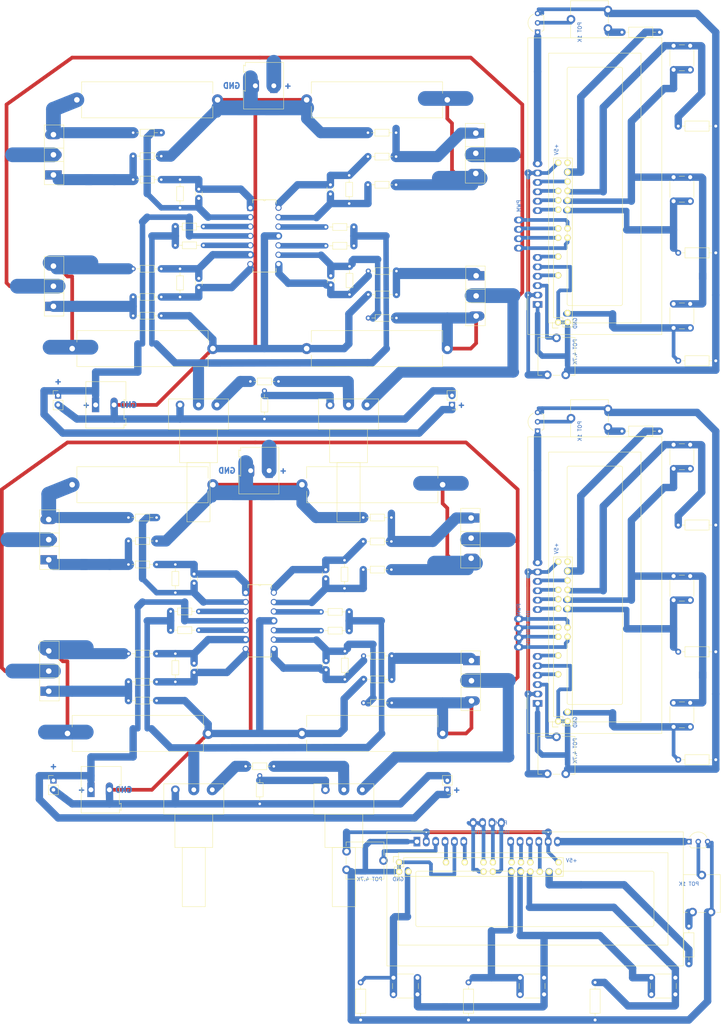
<source format=kicad_pcb>
(kicad_pcb (version 20171130) (host pcbnew 5.0.2-bee76a0~70~ubuntu18.10.1)
  (layers (0 F.Cu signal) (31 B.Cu signal) (34 B.Paste user) (35 F.Paste user) (36 B.SilkS user) (37 F.SilkS user) (38 B.Mask user) (39 F.Mask user) (44 Edge.Cuts user))
  (net 0 "")
  (module Display:WC1602A (layer F.Cu) (at 113.685523 228.660605)
    (fp_text reference LCD)
    (fp_text value WC1602A)
    (pad 1 thru_hole rect (at 0 0) (size 1.8 2.6) (drill 1.2) (layers *.Cu *.Mask))
    (pad 2 thru_hole oval (at 2.54 0) (size 1.8 2.6) (drill 1.2) (layers *.Cu *.Mask))
    (pad 3 thru_hole oval (at 5.08 0) (size 1.8 2.6) (drill 1.2) (layers *.Cu *.Mask))
    (pad 4 thru_hole oval (at 7.62 0) (size 1.8 2.6) (drill 1.2) (layers *.Cu *.Mask))
    (pad 5 thru_hole oval (at 10.16 0) (size 1.8 2.6) (drill 1.2) (layers *.Cu *.Mask))
    (pad 6 thru_hole oval (at 12.7 0) (size 1.8 2.6) (drill 1.2) (layers *.Cu *.Mask))
    (pad 7 thru_hole oval (at 15.24 -5.08) (size 1.8 2.6) (drill 1.2) (layers *.Cu *.Mask))
    (pad 8 thru_hole oval (at 17.78 -5.08) (size 1.8 2.6) (drill 1.2) (layers *.Cu *.Mask))
    (pad 9 thru_hole oval (at 20.32 -5.08) (size 1.8 2.6) (drill 1.2) (layers *.Cu *.Mask))
    (pad 10 thru_hole oval (at 22.86 -5.08) (size 1.8 2.6) (drill 1.2) (layers *.Cu *.Mask))
    (pad 11 thru_hole oval (at 25.4 0) (size 1.8 2.6) (drill 1.2) (layers *.Cu *.Mask))
    (pad 12 thru_hole oval (at 27.94 0) (size 1.8 2.6) (drill 1.2) (layers *.Cu *.Mask))
    (pad 13 thru_hole oval (at 30.48 0) (size 1.8 2.6) (drill 1.2) (layers *.Cu *.Mask))
    (pad 14 thru_hole oval (at 33.02 0) (size 1.8 2.6) (drill 1.2) (layers *.Cu *.Mask))
    (pad 15 thru_hole oval (at 35.56 0) (size 1.8 2.6) (drill 1.2) (layers *.Cu *.Mask))
    (pad 16 thru_hole oval (at 38.1 0) (size 1.8 2.6) (drill 1.2) (layers *.Cu *.Mask))
  )
  (module Button_Switch_THT:SW_PUSH_6mm_H7.3mm (layer F.Cu) (at 107.335523 265.490605)
    (fp_text reference "B1 DIMINUI")
    (fp_text value SW_PUSH_6mm_H7.3mm)
    (pad 1 thru_hole circle (at 6.5 0 90) (size 2 2) (drill 1.1) (layers *.Cu *.Mask))
    (pad 2 thru_hole circle (at 6.5 4.5 90) (size 2 2) (drill 1.1) (layers *.Cu *.Mask))
    (pad 1 thru_hole circle (at 0 0 90) (size 2 2) (drill 1.1) (layers *.Cu *.Mask))
    (pad 2 thru_hole circle (at 0 4.5 90) (size 2 2) (drill 1.1) (layers *.Cu *.Mask))
  )
  (module Resistor_THT:R_Axial_DIN0207_L6.3mm_D2.5mm_P10.16mm_Horizontal (layer F.Cu) (at 187.345523 261.680605 90)
    (fp_text reference "1.5 K")
    (fp_text value R_Axial_DIN0207_L6.3mm_D2.5mm_P10.16mm_Horizontal)
    (pad 1 thru_hole circle (at 0 0 90) (size 1.6 1.6) (drill 0.8) (layers *.Cu *.Mask))
    (pad 2 thru_hole oval (at 10.16 0 90) (size 1.6 1.6) (drill 0.8) (layers *.Cu *.Mask))
  )
  (module Potentiometer_THT:Potentiometer_ACP_CA9-V10_Vertical (layer F.Cu) (at 193.341711 247.710605 90)
    (fp_text reference "BRILHO LCD")
    (fp_text value Potentiometer_ACP_CA9-V10_Vertical)
    (pad 1 thru_hole circle (at 0 0 90) (size 2.34 2.34) (drill 1.3) (layers *.Cu *.Mask))
    (pad 2 thru_hole circle (at 10 -2.5 90) (size 2.34 2.34) (drill 1.3) (layers *.Cu *.Mask))
    (pad 3 thru_hole circle (at 0 -5 90) (size 2.34 2.34) (drill 1.3) (layers *.Cu *.Mask))
  )
  (module Resistor_THT:R_Axial_DIN0207_L6.3mm_D2.5mm_P10.16mm_Horizontal (layer F.Cu) (at 127.655523 276.920605 90)
    (fp_text reference "10 K")
    (fp_text value R_Axial_DIN0207_L6.3mm_D2.5mm_P10.16mm_Horizontal hide)
    (pad 2 thru_hole oval (at 10.16 0 90) (size 1.6 1.6) (drill 0.8) (layers *.Cu *.Mask))
    (pad 1 thru_hole circle (at 0 0 90) (size 1.6 1.6) (drill 0.8) (layers *.Cu *.Mask))
  )
  (module Resistor_THT:R_Axial_DIN0207_L6.3mm_D2.5mm_P10.16mm_Horizontal (layer F.Cu) (at 98.445523 276.920605 90)
    (fp_text reference "10 K")
    (fp_text value R_Axial_DIN0207_L6.3mm_D2.5mm_P10.16mm_Horizontal)
    (pad 2 thru_hole oval (at 10.16 0 90) (size 1.6 1.6) (drill 0.8) (layers *.Cu *.Mask))
    (pad 1 thru_hole circle (at 0 0 90) (size 1.6 1.6) (drill 0.8) (layers *.Cu *.Mask))
  )
  (module library:PN2222 (layer F.Cu) (at 187.345523 228.660605)
    (fp_text reference PN2222)
    (fp_text value PN2222)
    (pad 1 thru_hole rect (at 0 0 90) (size 1.5 1.5) (drill 0.8) (layers *.Cu *.Mask))
    (pad 3 thru_hole circle (at 5.08 0 90) (size 1.5 1.5) (drill 0.8) (layers *.Cu *.Mask))
    (pad 2 thru_hole circle (at 2.54 0 90) (size 1.5 1.5) (drill 0.8) (layers *.Cu *.Mask))
  )
  (module Potentiometer_THT:Potentiometer_ACP_CA9-V10_Vertical (layer F.Cu) (at 94.635523 236.280605)
    (fp_text reference "LCD CONTRASTE")
    (fp_text value Potentiometer_ACP_CA9-V10_Vertical)
    (pad 3 thru_hole circle (at 0 -5) (size 2.34 2.34) (drill 1.3) (layers *.Cu *.Mask))
    (pad 2 thru_hole circle (at 10 -2.5) (size 2.34 2.34) (drill 1.3) (layers *.Cu *.Mask))
    (pad 1 thru_hole circle (at 0 0) (size 2.34 2.34) (drill 1.3) (layers *.Cu *.Mask))
  )
  (module Socket_Arduino_Mega:Socket_Strip_Arduino_2x18 (layer F.Cu) (at 108.859523 234.248605)
    (fp_text reference "ARDUINO DIGITAL I/O")
    (fp_text value Digital)
    (pad 35 thru_hole oval (at 25.4 2.54) (size 1.7272 1.7272) (drill 1.016) (layers *.Cu *.Mask F.SilkS))
    (pad 37 thru_hole oval (at 22.86 2.54) (size 1.7272 1.7272) (drill 1.016) (layers *.Cu *.Mask F.SilkS))
    (pad 36 thru_hole oval (at 22.86 0) (size 1.7272 1.7272) (drill 1.016) (layers *.Cu *.Mask F.SilkS))
    (pad 34 thru_hole oval (at 25.4 0) (size 1.7272 1.7272) (drill 1.016) (layers *.Cu *.Mask F.SilkS))
    (pad 44 thru_hole oval (at 12.7 0) (size 1.7272 1.7272) (drill 1.016) (layers *.Cu *.Mask F.SilkS))
    (pad 23 thru_hole oval (at 40.64 2.54) (size 1.7272 1.7272) (drill 1.016) (layers *.Cu *.Mask F.SilkS))
    (pad 30 thru_hole oval (at 30.48 0) (size 1.7272 1.7272) (drill 1.016) (layers *.Cu *.Mask F.SilkS))
    (pad 28 thru_hole oval (at 33.02 0) (size 1.7272 1.7272) (drill 1.016) (layers *.Cu *.Mask F.SilkS))
    (pad 26 thru_hole oval (at 35.56 0) (size 1.7272 1.7272) (drill 1.016) (layers *.Cu *.Mask F.SilkS))
    (pad 54 thru_hole oval (at 0 0) (size 1.7272 1.7272) (drill 1.016) (layers *.Cu *.Mask F.SilkS))
    (pad 21 thru_hole oval (at 43.18 2.54) (size 1.7272 1.7272) (drill 1.016) (layers *.Cu *.Mask F.SilkS))
    (pad 25 thru_hole oval (at 38.1 2.54) (size 1.7272 1.7272) (drill 1.016) (layers *.Cu *.Mask F.SilkS))
    (pad 27 thru_hole oval (at 35.56 2.54) (size 1.7272 1.7272) (drill 1.016) (layers *.Cu *.Mask F.SilkS))
    (pad 55 thru_hole oval (at 0 2.54) (size 1.7272 1.7272) (drill 1.016) (layers *.Cu *.Mask F.SilkS))
    (pad 53 thru_hole oval (at 2.54 2.54) (size 1.7272 1.7272) (drill 1.016) (layers *.Cu *.Mask F.SilkS))
    (pad 40 thru_hole oval (at 17.78 0) (size 1.7272 1.7272) (drill 1.016) (layers *.Cu *.Mask F.SilkS))
    (pad 31 thru_hole oval (at 30.48 2.54) (size 1.7272 1.7272) (drill 1.016) (layers *.Cu *.Mask F.SilkS))
    (pad 29 thru_hole oval (at 33.02 2.54) (size 1.7272 1.7272) (drill 1.016) (layers *.Cu *.Mask F.SilkS))
    (pad 20 thru_hole oval (at 43.18 0) (size 1.7272 1.7272) (drill 1.016) (layers *.Cu *.Mask F.SilkS))
  )
  (module Button_Switch_THT:SW_PUSH_6mm_H7.3mm (layer F.Cu) (at 177.185523 265.490605)
    (fp_text reference "B3 SOMA")
    (fp_text value SW_PUSH_6mm_H7.3mm)
    (pad 1 thru_hole circle (at 6.5 0 90) (size 2 2) (drill 1.1) (layers *.Cu *.Mask))
    (pad 2 thru_hole circle (at 6.5 4.5 90) (size 2 2) (drill 1.1) (layers *.Cu *.Mask))
    (pad 1 thru_hole circle (at 0 0 90) (size 2 2) (drill 1.1) (layers *.Cu *.Mask))
    (pad 2 thru_hole circle (at 0 4.5 90) (size 2 2) (drill 1.1) (layers *.Cu *.Mask))
  )
  (module Button_Switch_THT:SW_PUSH_6mm_H7.3mm (layer F.Cu) (at 141.625523 265.490605)
    (fp_text reference "B2 TROCA")
    (fp_text value SW_PUSH_6mm_H7.3mm)
    (pad 2 thru_hole circle (at 0 4.5 90) (size 2 2) (drill 1.1) (layers *.Cu *.Mask))
    (pad 1 thru_hole circle (at 0 0 90) (size 2 2) (drill 1.1) (layers *.Cu *.Mask))
    (pad 2 thru_hole circle (at 6.5 4.5 90) (size 2 2) (drill 1.1) (layers *.Cu *.Mask))
    (pad 1 thru_hole circle (at 6.5 0 90) (size 2 2) (drill 1.1) (layers *.Cu *.Mask))
  )
  (module Resistor_THT:R_Axial_DIN0207_L6.3mm_D2.5mm_P10.16mm_Horizontal (layer F.Cu) (at 161.945523 276.920605 90)
    (fp_text reference "10 K")
    (fp_text value R_Axial_DIN0207_L6.3mm_D2.5mm_P10.16mm_Horizontal)
    (pad 1 thru_hole circle (at 0 0 90) (size 1.6 1.6) (drill 0.8) (layers *.Cu *.Mask))
    (pad 2 thru_hole oval (at 10.16 0 90) (size 1.6 1.6) (drill 0.8) (layers *.Cu *.Mask))
  )
  (module Socket_Arduino_Mega:Socket_Strip_Arduino_2x18 (layer F.Cu) (at 151.959162 196.081527 90)
    (fp_text reference "ARDUINO DIGITAL I/O")
    (fp_text value Digital)
    (pad 20 thru_hole oval (at 43.18 0 90) (size 1.7272 1.7272) (drill 1.016) (layers *.Cu *.Mask F.SilkS))
    (pad 29 thru_hole oval (at 33.02 2.54 90) (size 1.7272 1.7272) (drill 1.016) (layers *.Cu *.Mask F.SilkS))
    (pad 31 thru_hole oval (at 30.48 2.54 90) (size 1.7272 1.7272) (drill 1.016) (layers *.Cu *.Mask F.SilkS))
    (pad 40 thru_hole oval (at 17.78 0 90) (size 1.7272 1.7272) (drill 1.016) (layers *.Cu *.Mask F.SilkS))
    (pad 53 thru_hole oval (at 2.54 2.54 90) (size 1.7272 1.7272) (drill 1.016) (layers *.Cu *.Mask F.SilkS))
    (pad 55 thru_hole oval (at 0 2.54 90) (size 1.7272 1.7272) (drill 1.016) (layers *.Cu *.Mask F.SilkS))
    (pad 27 thru_hole oval (at 35.56 2.54 90) (size 1.7272 1.7272) (drill 1.016) (layers *.Cu *.Mask F.SilkS))
    (pad 25 thru_hole oval (at 38.1 2.54 90) (size 1.7272 1.7272) (drill 1.016) (layers *.Cu *.Mask F.SilkS))
    (pad 21 thru_hole oval (at 43.18 2.54 90) (size 1.7272 1.7272) (drill 1.016) (layers *.Cu *.Mask F.SilkS))
    (pad 54 thru_hole oval (at 0 0 90) (size 1.7272 1.7272) (drill 1.016) (layers *.Cu *.Mask F.SilkS))
    (pad 26 thru_hole oval (at 35.56 0 90) (size 1.7272 1.7272) (drill 1.016) (layers *.Cu *.Mask F.SilkS))
    (pad 28 thru_hole oval (at 33.02 0 90) (size 1.7272 1.7272) (drill 1.016) (layers *.Cu *.Mask F.SilkS))
    (pad 30 thru_hole oval (at 30.48 0 90) (size 1.7272 1.7272) (drill 1.016) (layers *.Cu *.Mask F.SilkS))
    (pad 23 thru_hole oval (at 40.64 2.54 90) (size 1.7272 1.7272) (drill 1.016) (layers *.Cu *.Mask F.SilkS))
    (pad 44 thru_hole oval (at 12.7 0 90) (size 1.7272 1.7272) (drill 1.016) (layers *.Cu *.Mask F.SilkS))
    (pad 34 thru_hole oval (at 25.4 0 90) (size 1.7272 1.7272) (drill 1.016) (layers *.Cu *.Mask F.SilkS))
    (pad 36 thru_hole oval (at 22.86 0 90) (size 1.7272 1.7272) (drill 1.016) (layers *.Cu *.Mask F.SilkS))
    (pad 37 thru_hole oval (at 22.86 2.54 90) (size 1.7272 1.7272) (drill 1.016) (layers *.Cu *.Mask F.SilkS))
    (pad 35 thru_hole oval (at 25.4 2.54 90) (size 1.7272 1.7272) (drill 1.016) (layers *.Cu *.Mask F.SilkS))
  )
  (module Resistor_THT:R_Axial_DIN0207_L6.3mm_D2.5mm_P10.16mm_Horizontal (layer F.Cu) (at 194.631162 142.995527 180)
    (fp_text reference "10 K")
    (fp_text value R_Axial_DIN0207_L6.3mm_D2.5mm_P10.16mm_Horizontal)
    (pad 2 thru_hole oval (at 10.16 0 180) (size 1.6 1.6) (drill 0.8) (layers *.Cu *.Mask))
    (pad 1 thru_hole circle (at 0 0 180) (size 1.6 1.6) (drill 0.8) (layers *.Cu *.Mask))
  )
  (module Resistor_THT:R_Axial_DIN0207_L6.3mm_D2.5mm_P10.16mm_Horizontal (layer F.Cu) (at 179.391162 117.595527 180)
    (fp_text reference "1.5 K")
    (fp_text value R_Axial_DIN0207_L6.3mm_D2.5mm_P10.16mm_Horizontal)
    (pad 2 thru_hole oval (at 10.16 0 180) (size 1.6 1.6) (drill 0.8) (layers *.Cu *.Mask))
    (pad 1 thru_hole circle (at 0 0 180) (size 1.6 1.6) (drill 0.8) (layers *.Cu *.Mask))
  )
  (module Button_Switch_THT:SW_PUSH_6mm_H7.3mm (layer F.Cu) (at 183.201162 127.755527 90)
    (fp_text reference "B3 SOMA")
    (fp_text value SW_PUSH_6mm_H7.3mm)
    (pad 2 thru_hole circle (at 0 4.5 180) (size 2 2) (drill 1.1) (layers *.Cu *.Mask))
    (pad 1 thru_hole circle (at 0 0 180) (size 2 2) (drill 1.1) (layers *.Cu *.Mask))
    (pad 2 thru_hole circle (at 6.5 4.5 180) (size 2 2) (drill 1.1) (layers *.Cu *.Mask))
    (pad 1 thru_hole circle (at 6.5 0 180) (size 2 2) (drill 1.1) (layers *.Cu *.Mask))
  )
  (module Resistor_THT:R_Axial_DIN0207_L6.3mm_D2.5mm_P10.16mm_Horizontal (layer F.Cu) (at 194.631162 177.285527 180)
    (fp_text reference "10 K")
    (fp_text value R_Axial_DIN0207_L6.3mm_D2.5mm_P10.16mm_Horizontal hide)
    (pad 1 thru_hole circle (at 0 0 180) (size 1.6 1.6) (drill 0.8) (layers *.Cu *.Mask))
    (pad 2 thru_hole oval (at 10.16 0 180) (size 1.6 1.6) (drill 0.8) (layers *.Cu *.Mask))
  )
  (module Button_Switch_THT:SW_PUSH_6mm_H7.3mm (layer F.Cu) (at 183.201162 197.605527 90)
    (fp_text reference "B1 DIMINUI")
    (fp_text value SW_PUSH_6mm_H7.3mm)
    (pad 2 thru_hole circle (at 0 4.5 180) (size 2 2) (drill 1.1) (layers *.Cu *.Mask))
    (pad 1 thru_hole circle (at 0 0 180) (size 2 2) (drill 1.1) (layers *.Cu *.Mask))
    (pad 2 thru_hole circle (at 6.5 4.5 180) (size 2 2) (drill 1.1) (layers *.Cu *.Mask))
    (pad 1 thru_hole circle (at 6.5 0 180) (size 2 2) (drill 1.1) (layers *.Cu *.Mask))
  )
  (module Display:WC1602A (layer F.Cu) (at 146.371162 191.255527 90)
    (fp_text reference LCD)
    (fp_text value WC1602A)
    (pad 16 thru_hole oval (at 38.1 0 90) (size 1.8 2.6) (drill 1.2) (layers *.Cu *.Mask))
    (pad 15 thru_hole oval (at 35.56 0 90) (size 1.8 2.6) (drill 1.2) (layers *.Cu *.Mask))
    (pad 14 thru_hole oval (at 33.02 0 90) (size 1.8 2.6) (drill 1.2) (layers *.Cu *.Mask))
    (pad 13 thru_hole oval (at 30.48 0 90) (size 1.8 2.6) (drill 1.2) (layers *.Cu *.Mask))
    (pad 12 thru_hole oval (at 27.94 0 90) (size 1.8 2.6) (drill 1.2) (layers *.Cu *.Mask))
    (pad 11 thru_hole oval (at 25.4 0 90) (size 1.8 2.6) (drill 1.2) (layers *.Cu *.Mask))
    (pad 10 thru_hole oval (at 22.86 -5.08 90) (size 1.8 2.6) (drill 1.2) (layers *.Cu *.Mask))
    (pad 9 thru_hole oval (at 20.32 -5.08 90) (size 1.8 2.6) (drill 1.2) (layers *.Cu *.Mask))
    (pad 8 thru_hole oval (at 17.78 -5.08 90) (size 1.8 2.6) (drill 1.2) (layers *.Cu *.Mask))
    (pad 7 thru_hole oval (at 15.24 -5.08 90) (size 1.8 2.6) (drill 1.2) (layers *.Cu *.Mask))
    (pad 6 thru_hole oval (at 12.7 0 90) (size 1.8 2.6) (drill 1.2) (layers *.Cu *.Mask))
    (pad 5 thru_hole oval (at 10.16 0 90) (size 1.8 2.6) (drill 1.2) (layers *.Cu *.Mask))
    (pad 4 thru_hole oval (at 7.62 0 90) (size 1.8 2.6) (drill 1.2) (layers *.Cu *.Mask))
    (pad 3 thru_hole oval (at 5.08 0 90) (size 1.8 2.6) (drill 1.2) (layers *.Cu *.Mask))
    (pad 2 thru_hole oval (at 2.54 0 90) (size 1.8 2.6) (drill 1.2) (layers *.Cu *.Mask))
    (pad 1 thru_hole rect (at 0 0 90) (size 1.8 2.6) (drill 1.2) (layers *.Cu *.Mask))
  )
  (module Resistor_THT:R_Axial_DIN0207_L6.3mm_D2.5mm_P10.16mm_Horizontal (layer F.Cu) (at 194.631162 206.495527 180)
    (fp_text reference "10 K")
    (fp_text value R_Axial_DIN0207_L6.3mm_D2.5mm_P10.16mm_Horizontal)
    (pad 1 thru_hole circle (at 0 0 180) (size 1.6 1.6) (drill 0.8) (layers *.Cu *.Mask))
    (pad 2 thru_hole oval (at 10.16 0 180) (size 1.6 1.6) (drill 0.8) (layers *.Cu *.Mask))
  )
  (module Potentiometer_THT:Potentiometer_ACP_CA9-V10_Vertical (layer F.Cu) (at 153.991162 210.305527 90)
    (fp_text reference "LCD CONTRASTE")
    (fp_text value Potentiometer_ACP_CA9-V10_Vertical)
    (pad 1 thru_hole circle (at 0 0 90) (size 2.34 2.34) (drill 1.3) (layers *.Cu *.Mask))
    (pad 2 thru_hole circle (at 10 -2.5 90) (size 2.34 2.34) (drill 1.3) (layers *.Cu *.Mask))
    (pad 3 thru_hole circle (at 0 -5 90) (size 2.34 2.34) (drill 1.3) (layers *.Cu *.Mask))
  )
  (module Button_Switch_THT:SW_PUSH_6mm_H7.3mm (layer F.Cu) (at 183.201162 163.315527 90)
    (fp_text reference "B2 TROCA")
    (fp_text value SW_PUSH_6mm_H7.3mm)
    (pad 1 thru_hole circle (at 6.5 0 180) (size 2 2) (drill 1.1) (layers *.Cu *.Mask))
    (pad 2 thru_hole circle (at 6.5 4.5 180) (size 2 2) (drill 1.1) (layers *.Cu *.Mask))
    (pad 1 thru_hole circle (at 0 0 180) (size 2 2) (drill 1.1) (layers *.Cu *.Mask))
    (pad 2 thru_hole circle (at 0 4.5 180) (size 2 2) (drill 1.1) (layers *.Cu *.Mask))
  )
  (module library:PN2222 (layer F.Cu) (at 146.371162 117.595527 90)
    (fp_text reference PN2222)
    (fp_text value PN2222)
    (pad 2 thru_hole circle (at 2.54 0 180) (size 1.5 1.5) (drill 0.8) (layers *.Cu *.Mask))
    (pad 3 thru_hole circle (at 5.08 0 180) (size 1.5 1.5) (drill 0.8) (layers *.Cu *.Mask))
    (pad 1 thru_hole rect (at 0 0 180) (size 1.5 1.5) (drill 0.8) (layers *.Cu *.Mask))
  )
  (module Potentiometer_THT:Potentiometer_ACP_CA9-V10_Vertical (layer F.Cu) (at 165.421162 111.599339 180)
    (fp_text reference "BRILHO LCD")
    (fp_text value Potentiometer_ACP_CA9-V10_Vertical)
    (pad 3 thru_hole circle (at 0 -5 180) (size 2.34 2.34) (drill 1.3) (layers *.Cu *.Mask))
    (pad 2 thru_hole circle (at 10 -2.5 180) (size 2.34 2.34) (drill 1.3) (layers *.Cu *.Mask))
    (pad 1 thru_hole circle (at 0 0 180) (size 2.34 2.34) (drill 1.3) (layers *.Cu *.Mask))
  )
  (module Display:WC1602A (layer F.Cu) (at 146.371162 83.305527 90)
    (fp_text reference LCD)
    (fp_text value WC1602A)
    (pad 1 thru_hole rect (at 0 0 90) (size 1.8 2.6) (drill 1.2) (layers *.Cu *.Mask))
    (pad 2 thru_hole oval (at 2.54 0 90) (size 1.8 2.6) (drill 1.2) (layers *.Cu *.Mask))
    (pad 3 thru_hole oval (at 5.08 0 90) (size 1.8 2.6) (drill 1.2) (layers *.Cu *.Mask))
    (pad 4 thru_hole oval (at 7.62 0 90) (size 1.8 2.6) (drill 1.2) (layers *.Cu *.Mask))
    (pad 5 thru_hole oval (at 10.16 0 90) (size 1.8 2.6) (drill 1.2) (layers *.Cu *.Mask))
    (pad 6 thru_hole oval (at 12.7 0 90) (size 1.8 2.6) (drill 1.2) (layers *.Cu *.Mask))
    (pad 7 thru_hole oval (at 15.24 -5.08 90) (size 1.8 2.6) (drill 1.2) (layers *.Cu *.Mask))
    (pad 8 thru_hole oval (at 17.78 -5.08 90) (size 1.8 2.6) (drill 1.2) (layers *.Cu *.Mask))
    (pad 9 thru_hole oval (at 20.32 -5.08 90) (size 1.8 2.6) (drill 1.2) (layers *.Cu *.Mask))
    (pad 10 thru_hole oval (at 22.86 -5.08 90) (size 1.8 2.6) (drill 1.2) (layers *.Cu *.Mask))
    (pad 11 thru_hole oval (at 25.4 0 90) (size 1.8 2.6) (drill 1.2) (layers *.Cu *.Mask))
    (pad 12 thru_hole oval (at 27.94 0 90) (size 1.8 2.6) (drill 1.2) (layers *.Cu *.Mask))
    (pad 13 thru_hole oval (at 30.48 0 90) (size 1.8 2.6) (drill 1.2) (layers *.Cu *.Mask))
    (pad 14 thru_hole oval (at 33.02 0 90) (size 1.8 2.6) (drill 1.2) (layers *.Cu *.Mask))
    (pad 15 thru_hole oval (at 35.56 0 90) (size 1.8 2.6) (drill 1.2) (layers *.Cu *.Mask))
    (pad 16 thru_hole oval (at 38.1 0 90) (size 1.8 2.6) (drill 1.2) (layers *.Cu *.Mask))
  )
  (module Socket_Arduino_Mega:Socket_Strip_Arduino_2x18 (layer F.Cu) (at 151.959162 88.131527 90)
    (fp_text reference "ARDUINO DIGITAL I/O")
    (fp_text value Digital)
    (pad 35 thru_hole oval (at 25.4 2.54 90) (size 1.7272 1.7272) (drill 1.016) (layers *.Cu *.Mask F.SilkS))
    (pad 37 thru_hole oval (at 22.86 2.54 90) (size 1.7272 1.7272) (drill 1.016) (layers *.Cu *.Mask F.SilkS))
    (pad 36 thru_hole oval (at 22.86 0 90) (size 1.7272 1.7272) (drill 1.016) (layers *.Cu *.Mask F.SilkS))
    (pad 34 thru_hole oval (at 25.4 0 90) (size 1.7272 1.7272) (drill 1.016) (layers *.Cu *.Mask F.SilkS))
    (pad 44 thru_hole oval (at 12.7 0 90) (size 1.7272 1.7272) (drill 1.016) (layers *.Cu *.Mask F.SilkS))
    (pad 23 thru_hole oval (at 40.64 2.54 90) (size 1.7272 1.7272) (drill 1.016) (layers *.Cu *.Mask F.SilkS))
    (pad 30 thru_hole oval (at 30.48 0 90) (size 1.7272 1.7272) (drill 1.016) (layers *.Cu *.Mask F.SilkS))
    (pad 28 thru_hole oval (at 33.02 0 90) (size 1.7272 1.7272) (drill 1.016) (layers *.Cu *.Mask F.SilkS))
    (pad 26 thru_hole oval (at 35.56 0 90) (size 1.7272 1.7272) (drill 1.016) (layers *.Cu *.Mask F.SilkS))
    (pad 54 thru_hole oval (at 0 0 90) (size 1.7272 1.7272) (drill 1.016) (layers *.Cu *.Mask F.SilkS))
    (pad 21 thru_hole oval (at 43.18 2.54 90) (size 1.7272 1.7272) (drill 1.016) (layers *.Cu *.Mask F.SilkS))
    (pad 25 thru_hole oval (at 38.1 2.54 90) (size 1.7272 1.7272) (drill 1.016) (layers *.Cu *.Mask F.SilkS))
    (pad 27 thru_hole oval (at 35.56 2.54 90) (size 1.7272 1.7272) (drill 1.016) (layers *.Cu *.Mask F.SilkS))
    (pad 55 thru_hole oval (at 0 2.54 90) (size 1.7272 1.7272) (drill 1.016) (layers *.Cu *.Mask F.SilkS))
    (pad 53 thru_hole oval (at 2.54 2.54 90) (size 1.7272 1.7272) (drill 1.016) (layers *.Cu *.Mask F.SilkS))
    (pad 40 thru_hole oval (at 17.78 0 90) (size 1.7272 1.7272) (drill 1.016) (layers *.Cu *.Mask F.SilkS))
    (pad 31 thru_hole oval (at 30.48 2.54 90) (size 1.7272 1.7272) (drill 1.016) (layers *.Cu *.Mask F.SilkS))
    (pad 29 thru_hole oval (at 33.02 2.54 90) (size 1.7272 1.7272) (drill 1.016) (layers *.Cu *.Mask F.SilkS))
    (pad 20 thru_hole oval (at 43.18 0 90) (size 1.7272 1.7272) (drill 1.016) (layers *.Cu *.Mask F.SilkS))
  )
  (module Potentiometer_THT:Potentiometer_ACP_CA9-V10_Vertical (layer F.Cu) (at 153.991162 102.355527 90)
    (fp_text reference "LCD CONTRASTE")
    (fp_text value Potentiometer_ACP_CA9-V10_Vertical)
    (pad 3 thru_hole circle (at 0 -5 90) (size 2.34 2.34) (drill 1.3) (layers *.Cu *.Mask))
    (pad 2 thru_hole circle (at 10 -2.5 90) (size 2.34 2.34) (drill 1.3) (layers *.Cu *.Mask))
    (pad 1 thru_hole circle (at 0 0 90) (size 2.34 2.34) (drill 1.3) (layers *.Cu *.Mask))
  )
  (module Resistor_THT:R_Axial_DIN0207_L6.3mm_D2.5mm_P10.16mm_Horizontal (layer F.Cu) (at 194.631162 98.545527 180)
    (fp_text reference "10 K")
    (fp_text value R_Axial_DIN0207_L6.3mm_D2.5mm_P10.16mm_Horizontal)
    (pad 2 thru_hole oval (at 10.16 0 180) (size 1.6 1.6) (drill 0.8) (layers *.Cu *.Mask))
    (pad 1 thru_hole circle (at 0 0 180) (size 1.6 1.6) (drill 0.8) (layers *.Cu *.Mask))
  )
  (module Button_Switch_THT:SW_PUSH_6mm_H7.3mm (layer F.Cu) (at 183.201162 89.655527 90)
    (fp_text reference "B1 DIMINUI")
    (fp_text value SW_PUSH_6mm_H7.3mm)
    (pad 1 thru_hole circle (at 6.5 0 180) (size 2 2) (drill 1.1) (layers *.Cu *.Mask))
    (pad 2 thru_hole circle (at 6.5 4.5 180) (size 2 2) (drill 1.1) (layers *.Cu *.Mask))
    (pad 1 thru_hole circle (at 0 0 180) (size 2 2) (drill 1.1) (layers *.Cu *.Mask))
    (pad 2 thru_hole circle (at 0 4.5 180) (size 2 2) (drill 1.1) (layers *.Cu *.Mask))
  )
  (module library:PN2222 (layer F.Cu) (at 146.371162 9.645527 90)
    (fp_text reference PN2222)
    (fp_text value PN2222)
    (pad 1 thru_hole rect (at 0 0 180) (size 1.5 1.5) (drill 0.8) (layers *.Cu *.Mask))
    (pad 3 thru_hole circle (at 5.08 0 180) (size 1.5 1.5) (drill 0.8) (layers *.Cu *.Mask))
    (pad 2 thru_hole circle (at 2.54 0 180) (size 1.5 1.5) (drill 0.8) (layers *.Cu *.Mask))
  )
  (module Potentiometer_THT:Potentiometer_ACP_CA9-V10_Vertical (layer F.Cu) (at 165.421162 3.649339 180)
    (fp_text reference "BRILHO LCD")
    (fp_text value Potentiometer_ACP_CA9-V10_Vertical)
    (pad 1 thru_hole circle (at 0 0 180) (size 2.34 2.34) (drill 1.3) (layers *.Cu *.Mask))
    (pad 2 thru_hole circle (at 10 -2.5 180) (size 2.34 2.34) (drill 1.3) (layers *.Cu *.Mask))
    (pad 3 thru_hole circle (at 0 -5 180) (size 2.34 2.34) (drill 1.3) (layers *.Cu *.Mask))
  )
  (module Button_Switch_THT:SW_PUSH_6mm_H7.3mm (layer F.Cu) (at 183.201162 55.365527 90)
    (fp_text reference "B2 TROCA")
    (fp_text value SW_PUSH_6mm_H7.3mm)
    (pad 2 thru_hole circle (at 0 4.5 180) (size 2 2) (drill 1.1) (layers *.Cu *.Mask))
    (pad 1 thru_hole circle (at 0 0 180) (size 2 2) (drill 1.1) (layers *.Cu *.Mask))
    (pad 2 thru_hole circle (at 6.5 4.5 180) (size 2 2) (drill 1.1) (layers *.Cu *.Mask))
    (pad 1 thru_hole circle (at 6.5 0 180) (size 2 2) (drill 1.1) (layers *.Cu *.Mask))
  )
  (module Button_Switch_THT:SW_PUSH_6mm_H7.3mm (layer F.Cu) (at 183.201162 19.805527 90)
    (fp_text reference "B3 SOMA")
    (fp_text value SW_PUSH_6mm_H7.3mm)
    (pad 1 thru_hole circle (at 6.5 0 180) (size 2 2) (drill 1.1) (layers *.Cu *.Mask))
    (pad 2 thru_hole circle (at 6.5 4.5 180) (size 2 2) (drill 1.1) (layers *.Cu *.Mask))
    (pad 1 thru_hole circle (at 0 0 180) (size 2 2) (drill 1.1) (layers *.Cu *.Mask))
    (pad 2 thru_hole circle (at 0 4.5 180) (size 2 2) (drill 1.1) (layers *.Cu *.Mask))
  )
  (module Resistor_THT:R_Axial_DIN0207_L6.3mm_D2.5mm_P10.16mm_Horizontal (layer F.Cu) (at 194.631162 35.045527 180)
    (fp_text reference "10 K")
    (fp_text value R_Axial_DIN0207_L6.3mm_D2.5mm_P10.16mm_Horizontal)
    (pad 1 thru_hole circle (at 0 0 180) (size 1.6 1.6) (drill 0.8) (layers *.Cu *.Mask))
    (pad 2 thru_hole oval (at 10.16 0 180) (size 1.6 1.6) (drill 0.8) (layers *.Cu *.Mask))
  )
  (module Resistor_THT:R_Axial_DIN0207_L6.3mm_D2.5mm_P10.16mm_Horizontal (layer F.Cu) (at 179.391162 9.645527 180)
    (fp_text reference "1.5 K")
    (fp_text value R_Axial_DIN0207_L6.3mm_D2.5mm_P10.16mm_Horizontal)
    (pad 1 thru_hole circle (at 0 0 180) (size 1.6 1.6) (drill 0.8) (layers *.Cu *.Mask))
    (pad 2 thru_hole oval (at 10.16 0 180) (size 1.6 1.6) (drill 0.8) (layers *.Cu *.Mask))
  )
  (module Resistor_THT:R_Axial_DIN0207_L6.3mm_D2.5mm_P10.16mm_Horizontal (layer F.Cu) (at 194.631162 69.335527 180)
    (fp_text reference "10 K")
    (fp_text value R_Axial_DIN0207_L6.3mm_D2.5mm_P10.16mm_Horizontal hide)
    (pad 2 thru_hole oval (at 10.16 0 180) (size 1.6 1.6) (drill 0.8) (layers *.Cu *.Mask))
    (pad 1 thru_hole circle (at 0 0 180) (size 1.6 1.6) (drill 0.8) (layers *.Cu *.Mask))
  )
  (module Resistor_THT:R_Axial_DIN0204_L3.6mm_D1.6mm_P7.62mm_Horizontal (layer F.Cu) (at 87.723984 166.490041)
    (fp_text reference 1k)
    (fp_text value R_Axial_DIN0204_L3.6mm_D1.6mm_P7.62mm_Horizontal)
    (pad 1 thru_hole circle (at 0 0) (size 1.4 1.4) (drill 0.7) (layers *.Cu *.Mask))
    (pad 2 thru_hole oval (at 7.62 0) (size 1.4 1.4) (drill 0.7) (layers *.Cu *.Mask))
  )
  (module library:TO-247-3_Vertical (layer F.Cu) (at 128.363984 141.090041 270)
    (fp_text reference IRFP150N)
    (fp_text value TO-247-3_Vertical)
    (pad 3 thru_hole oval (at 10.9 0 270) (size 2.5 4.5) (drill 1.5) (layers *.Cu *.Mask))
    (pad 2 thru_hole oval (at 5.45 0 270) (size 2.5 4.5) (drill 1.5) (layers *.Cu *.Mask))
    (pad 1 thru_hole rect (at 0 0 270) (size 2.5 4.5) (drill 1.5) (layers *.Cu *.Mask))
  )
  (module Resistor_THT:R_Axial_DIN0204_L3.6mm_D1.6mm_P7.62mm_Horizontal (layer F.Cu) (at 43.18 147.32 180)
    (fp_text reference 4.7k)
    (fp_text value R_Axial_DIN0204_L3.6mm_D1.6mm_P7.62mm_Horizontal)
    (pad 1 thru_hole circle (at 0 0 180) (size 1.4 1.4) (drill 0.7) (layers *.Cu *.Mask))
    (pad 2 thru_hole oval (at 7.62 0 180) (size 1.4 1.4) (drill 0.7) (layers *.Cu *.Mask))
  )
  (module Resistor_THT:R_Axial_DIN0204_L3.6mm_D1.6mm_P7.62mm_Horizontal (layer F.Cu) (at 106.867968 191.110082 180)
    (fp_text reference 1k)
    (fp_text value R_Axial_DIN0204_L3.6mm_D1.6mm_P7.62mm_Horizontal)
    (pad 1 thru_hole circle (at 0 0 180) (size 1.4 1.4) (drill 0.7) (layers *.Cu *.Mask))
    (pad 2 thru_hole oval (at 7.62 0 180) (size 1.4 1.4) (drill 0.7) (layers *.Cu *.Mask))
  )
  (module library:TO-247-3_Vertical (layer F.Cu) (at 13.97 187.96 90)
    (fp_text reference IRFP150N)
    (fp_text value TO-247-3_Vertical)
    (pad 1 thru_hole rect (at 0 0 90) (size 2.5 4.5) (drill 1.5) (layers *.Cu *.Mask))
    (pad 2 thru_hole oval (at 5.45 0 90) (size 2.5 4.5) (drill 1.5) (layers *.Cu *.Mask))
    (pad 3 thru_hole oval (at 10.9 0 90) (size 2.5 4.5) (drill 1.5) (layers *.Cu *.Mask))
  )
  (module Resistor_THT:R_Axial_Shunt_L35.3mm_W9.5mm_PS25.40mm_P38.10mm (layer F.Cu) (at 19.05 199.39)
    (fp_text reference 0.1)
    (fp_text value R_Axial_Shunt_L35.3mm_W9.5mm_PS25.40mm_P38.10mm)
    (pad 4 thru_hole oval (at 38.1 0) (size 3 3) (drill 1.5) (layers *.Cu *.Mask))
    (pad 1 thru_hole circle (at 0 0) (size 3 3) (drill 1.5) (layers *.Cu *.Mask))
  )
  (module Resistor_THT:R_Axial_DIN0204_L3.6mm_D1.6mm_P7.62mm_Horizontal (layer F.Cu) (at 43.18 153.67 180)
    (fp_text reference 1k)
    (fp_text value R_Axial_DIN0204_L3.6mm_D1.6mm_P7.62mm_Horizontal)
    (pad 2 thru_hole oval (at 7.62 0 180) (size 1.4 1.4) (drill 0.7) (layers *.Cu *.Mask))
    (pad 1 thru_hole circle (at 0 0 180) (size 1.4 1.4) (drill 0.7) (layers *.Cu *.Mask))
  )
  (module Resistor_THT:R_Axial_DIN0204_L3.6mm_D1.6mm_P7.62mm_Horizontal (layer F.Cu) (at 43.18 177.8 180)
    (fp_text reference 1k)
    (fp_text value R_Axial_DIN0204_L3.6mm_D1.6mm_P7.62mm_Horizontal)
    (pad 2 thru_hole oval (at 7.62 0 180) (size 1.4 1.4) (drill 0.7) (layers *.Cu *.Mask))
    (pad 1 thru_hole circle (at 0 0 180) (size 1.4 1.4) (drill 0.7) (layers *.Cu *.Mask))
  )
  (module TerminalBlock:TerminalBlock_Altech_AK300-2_P5.00mm (layer F.Cu) (at 25.4 214.63)
    (fp_text reference "IN 12V")
    (fp_text value TerminalBlock_Altech_AK300-2_P5.00mm)
    (pad 1 thru_hole rect (at 0 0) (size 1.98 3.96) (drill 1.32) (layers *.Cu *.Mask))
    (pad 2 thru_hole oval (at 5 0) (size 1.98 3.96) (drill 1.32) (layers *.Cu *.Mask))
  )
  (module Capacitor_THT:C_Disc_D3.0mm_W1.6mm_P2.50mm (layer F.Cu) (at 89.087968 179.680082 270)
    (fp_text reference 1n)
    (fp_text value C_Disc_D3.0mm_W1.6mm_P2.50mm)
    (pad 2 thru_hole circle (at 2.5 0 270) (size 1.6 1.6) (drill 0.8) (layers *.Cu *.Mask))
    (pad 1 thru_hole circle (at 0 0 270) (size 1.6 1.6) (drill 0.8) (layers *.Cu *.Mask))
  )
  (module Resistor_THT:R_Axial_DIN0204_L3.6mm_D1.6mm_P7.62mm_Horizontal (layer F.Cu) (at 43.18 190.5 180)
    (fp_text reference 4.7k)
    (fp_text value R_Axial_DIN0204_L3.6mm_D1.6mm_P7.62mm_Horizontal)
    (pad 2 thru_hole oval (at 7.62 0 180) (size 1.4 1.4) (drill 0.7) (layers *.Cu *.Mask))
    (pad 1 thru_hole circle (at 0 0 180) (size 1.4 1.4) (drill 0.7) (layers *.Cu *.Mask))
  )
  (module Resistor_THT:R_Axial_DIN0204_L3.6mm_D1.6mm_P7.62mm_Horizontal (layer F.Cu) (at 54.61 171.45 180)
    (fp_text reference 1k)
    (fp_text value R_Axial_DIN0204_L3.6mm_D1.6mm_P7.62mm_Horizontal)
    (pad 2 thru_hole oval (at 7.62 0 180) (size 1.4 1.4) (drill 0.7) (layers *.Cu *.Mask))
    (pad 1 thru_hole circle (at 0 0 180) (size 1.4 1.4) (drill 0.7) (layers *.Cu *.Mask))
  )
  (module Resistor_THT:R_Axial_DIN0204_L3.6mm_D1.6mm_P7.62mm_Horizontal (layer F.Cu) (at 71.12 218.44 90)
    (fp_text reference 4.7k)
    (fp_text value R_Axial_DIN0204_L3.6mm_D1.6mm_P7.62mm_Horizontal)
    (pad 1 thru_hole circle (at 0 0 90) (size 1.4 1.4) (drill 0.7) (layers *.Cu *.Mask))
    (pad 2 thru_hole oval (at 7.62 0 90) (size 1.4 1.4) (drill 0.7) (layers *.Cu *.Mask))
  )
  (module Resistor_THT:R_Axial_DIN0204_L3.6mm_D1.6mm_P7.62mm_Horizontal (layer F.Cu) (at 43.18 185.42 180)
    (fp_text reference 1k)
    (fp_text value R_Axial_DIN0204_L3.6mm_D1.6mm_P7.62mm_Horizontal)
    (pad 1 thru_hole circle (at 0 0 180) (size 1.4 1.4) (drill 0.7) (layers *.Cu *.Mask))
    (pad 2 thru_hole oval (at 7.62 0 180) (size 1.4 1.4) (drill 0.7) (layers *.Cu *.Mask))
  )
  (module Resistor_THT:R_Axial_DIN0204_L3.6mm_D1.6mm_P7.62mm_Horizontal (layer F.Cu) (at 94.073984 152.520041 270)
    (fp_text reference 220k)
    (fp_text value R_Axial_DIN0204_L3.6mm_D1.6mm_P7.62mm_Horizontal hide)
    (pad 1 thru_hole circle (at 0 0 270) (size 1.4 1.4) (drill 0.7) (layers *.Cu *.Mask))
    (pad 2 thru_hole oval (at 7.62 0 270) (size 1.4 1.4) (drill 0.7) (layers *.Cu *.Mask))
  )
  (module TerminalBlock:TerminalBlock_Altech_AK300-2_P5.00mm (layer F.Cu) (at 73.66 128.27 180)
    (fp_text reference "IN Teste 30 V | 20 A | 300 W")
    (fp_text value TerminalBlock_Altech_AK300-2_P5.00mm)
    (pad 1 thru_hole rect (at 0 0 180) (size 1.98 3.96) (drill 1.32) (layers *.Cu *.Mask))
    (pad 2 thru_hole oval (at 5 0 180) (size 1.98 3.96) (drill 1.32) (layers *.Cu *.Mask))
  )
  (module Resistor_THT:R_Axial_Shunt_L35.3mm_W9.5mm_PS25.40mm_P38.10mm (layer F.Cu) (at 120.65 199.39 180)
    (fp_text reference 0.1)
    (fp_text value R_Axial_Shunt_L35.3mm_W9.5mm_PS25.40mm_P38.10mm)
    (pad 4 thru_hole oval (at 38.1 0 180) (size 3 3) (drill 1.5) (layers *.Cu *.Mask))
    (pad 1 thru_hole circle (at 0 0 180) (size 3 3) (drill 1.5) (layers *.Cu *.Mask))
  )
  (module Resistor_THT:R_Axial_DIN0204_L3.6mm_D1.6mm_P7.62mm_Horizontal (layer F.Cu) (at 99.153984 155.060041)
    (fp_text reference 1k)
    (fp_text value R_Axial_DIN0204_L3.6mm_D1.6mm_P7.62mm_Horizontal)
    (pad 1 thru_hole circle (at 0 0) (size 1.4 1.4) (drill 0.7) (layers *.Cu *.Mask))
    (pad 2 thru_hole oval (at 7.62 0) (size 1.4 1.4) (drill 0.7) (layers *.Cu *.Mask))
  )
  (module Resistor_THT:R_Axial_DIN0204_L3.6mm_D1.6mm_P7.62mm_Horizontal (layer F.Cu) (at 35.56 140.97)
    (fp_text reference 1k)
    (fp_text value R_Axial_DIN0204_L3.6mm_D1.6mm_P7.62mm_Horizontal)
    (pad 1 thru_hole circle (at 0 0) (size 1.4 1.4) (drill 0.7) (layers *.Cu *.Mask))
    (pad 2 thru_hole oval (at 7.62 0) (size 1.4 1.4) (drill 0.7) (layers *.Cu *.Mask))
  )
  (module Resistor_THT:R_Axial_DIN0204_L3.6mm_D1.6mm_P7.62mm_Horizontal (layer F.Cu) (at 99.153984 140.97)
    (fp_text reference 4.7k)
    (fp_text value R_Axial_DIN0204_L3.6mm_D1.6mm_P7.62mm_Horizontal)
    (pad 1 thru_hole circle (at 0 0) (size 1.4 1.4) (drill 0.7) (layers *.Cu *.Mask))
    (pad 2 thru_hole oval (at 7.62 0) (size 1.4 1.4) (drill 0.7) (layers *.Cu *.Mask))
  )
  (module library:TO-247-3_Vertical (layer F.Cu) (at 13.97 152.4 90)
    (fp_text reference IRFP150N)
    (fp_text value TO-247-3_Vertical)
    (pad 3 thru_hole oval (at 10.9 0 90) (size 2.5 4.5) (drill 1.5) (layers *.Cu *.Mask))
    (pad 2 thru_hole oval (at 5.45 0 90) (size 2.5 4.5) (drill 1.5) (layers *.Cu *.Mask))
    (pad 1 thru_hole rect (at 0 0 90) (size 2.5 4.5) (drill 1.5) (layers *.Cu *.Mask))
  )
  (module Resistor_THT:R_Axial_Shunt_L35.3mm_W9.5mm_PS25.40mm_P38.10mm (layer F.Cu) (at 20.32 132.08)
    (fp_text reference 0.1)
    (fp_text value R_Axial_Shunt_L35.3mm_W9.5mm_PS25.40mm_P38.10mm)
    (pad 1 thru_hole circle (at 0 0) (size 3 3) (drill 1.5) (layers *.Cu *.Mask))
    (pad 4 thru_hole oval (at 38.1 0) (size 3 3) (drill 1.5) (layers *.Cu *.Mask))
  )
  (module Resistor_THT:R_Axial_DIN0204_L3.6mm_D1.6mm_P7.62mm_Horizontal (layer F.Cu) (at 99.247968 178.410082)
    (fp_text reference 1k)
    (fp_text value R_Axial_DIN0204_L3.6mm_D1.6mm_P7.62mm_Horizontal)
    (pad 2 thru_hole oval (at 7.62 0) (size 1.4 1.4) (drill 0.7) (layers *.Cu *.Mask))
    (pad 1 thru_hole circle (at 0 0) (size 1.4 1.4) (drill 0.7) (layers *.Cu *.Mask))
  )
  (module Capacitor_THT:C_Disc_D3.0mm_W1.6mm_P2.50mm (layer F.Cu) (at 53.34 182.88 90)
    (fp_text reference 1n)
    (fp_text value C_Disc_D3.0mm_W1.6mm_P2.50mm)
    (pad 2 thru_hole circle (at 2.5 0 90) (size 1.6 1.6) (drill 0.8) (layers *.Cu *.Mask))
    (pad 1 thru_hole circle (at 0 0 90) (size 1.6 1.6) (drill 0.8) (layers *.Cu *.Mask))
  )
  (module Resistor_THT:R_Axial_DIN0204_L3.6mm_D1.6mm_P7.62mm_Horizontal (layer F.Cu) (at 99.153984 147.440041)
    (fp_text reference 1k)
    (fp_text value R_Axial_DIN0204_L3.6mm_D1.6mm_P7.62mm_Horizontal)
    (pad 2 thru_hole oval (at 7.62 0) (size 1.4 1.4) (drill 0.7) (layers *.Cu *.Mask))
    (pad 1 thru_hole circle (at 0 0) (size 1.4 1.4) (drill 0.7) (layers *.Cu *.Mask))
  )
  (module Resistor_THT:R_Axial_DIN0204_L3.6mm_D1.6mm_P7.62mm_Horizontal (layer F.Cu) (at 48.26 185.42 90)
    (fp_text reference 220k)
    (fp_text value R_Axial_DIN0204_L3.6mm_D1.6mm_P7.62mm_Horizontal hide)
    (pad 2 thru_hole oval (at 7.62 0 90) (size 1.4 1.4) (drill 0.7) (layers *.Cu *.Mask))
    (pad 1 thru_hole circle (at 0 0 90) (size 1.4 1.4) (drill 0.7) (layers *.Cu *.Mask))
  )
  (module Resistor_THT:R_Axial_DIN0204_L3.6mm_D1.6mm_P7.62mm_Horizontal (layer F.Cu) (at 94.167968 177.140082 270)
    (fp_text reference 220k)
    (fp_text value R_Axial_DIN0204_L3.6mm_D1.6mm_P7.62mm_Horizontal hide)
    (pad 2 thru_hole oval (at 7.62 0 270) (size 1.4 1.4) (drill 0.7) (layers *.Cu *.Mask))
    (pad 1 thru_hole circle (at 0 0 270) (size 1.4 1.4) (drill 0.7) (layers *.Cu *.Mask))
  )
  (module Resistor_THT:R_Axial_DIN0204_L3.6mm_D1.6mm_P7.62mm_Horizontal (layer F.Cu) (at 87.723984 171.570041)
    (fp_text reference 1k)
    (fp_text value R_Axial_DIN0204_L3.6mm_D1.6mm_P7.62mm_Horizontal)
    (pad 2 thru_hole oval (at 7.62 0) (size 1.4 1.4) (drill 0.7) (layers *.Cu *.Mask))
    (pad 1 thru_hole circle (at 0 0) (size 1.4 1.4) (drill 0.7) (layers *.Cu *.Mask))
  )
  (module LM324N:DIP254P762X508-14 (layer F.Cu) (at 74.93 176.53)
    (fp_text reference "14 pin" hide)
    (fp_text value LM324)
    (pad 1 thru_hole rect (at -7.62 -15.24) (size 1.6764 1.6764) (drill 1.1176) (layers *.Cu *.Mask))
    (pad 2 thru_hole circle (at -7.62 -12.7) (size 1.6764 1.6764) (drill 1.1176) (layers *.Cu *.Mask))
    (pad 3 thru_hole circle (at -7.62 -10.16) (size 1.6764 1.6764) (drill 1.1176) (layers *.Cu *.Mask))
    (pad 4 thru_hole circle (at -7.62 -7.62) (size 1.6764 1.6764) (drill 1.1176) (layers *.Cu *.Mask))
    (pad 5 thru_hole circle (at -7.62 -5.08) (size 1.6764 1.6764) (drill 1.1176) (layers *.Cu *.Mask))
    (pad 6 thru_hole circle (at -7.62 -2.54) (size 1.6764 1.6764) (drill 1.1176) (layers *.Cu *.Mask))
    (pad 7 thru_hole circle (at -7.62 0) (size 1.6764 1.6764) (drill 1.1176) (layers *.Cu *.Mask))
    (pad 8 thru_hole circle (at 0 0) (size 1.6764 1.6764) (drill 1.1176) (layers *.Cu *.Mask))
    (pad 9 thru_hole circle (at 0 -2.54) (size 1.6764 1.6764) (drill 1.1176) (layers *.Cu *.Mask))
    (pad 10 thru_hole circle (at 0 -5.08) (size 1.6764 1.6764) (drill 1.1176) (layers *.Cu *.Mask))
    (pad 11 thru_hole circle (at 0 -7.62) (size 1.6764 1.6764) (drill 1.1176) (layers *.Cu *.Mask))
    (pad 12 thru_hole circle (at 0 -10.16) (size 1.6764 1.6764) (drill 1.1176) (layers *.Cu *.Mask))
    (pad 13 thru_hole circle (at 0 -12.7) (size 1.6764 1.6764) (drill 1.1176) (layers *.Cu *.Mask))
    (pad 14 thru_hole circle (at 0 -15.24) (size 1.6764 1.6764) (drill 1.1176) (layers *.Cu *.Mask))
  )
  (module Resistor_THT:R_Axial_DIN0204_L3.6mm_D1.6mm_P7.62mm_Horizontal (layer F.Cu) (at 54.61 166.37 180)
    (fp_text reference 1k)
    (fp_text value R_Axial_DIN0204_L3.6mm_D1.6mm_P7.62mm_Horizontal)
    (pad 1 thru_hole circle (at 0 0 180) (size 1.4 1.4) (drill 0.7) (layers *.Cu *.Mask))
    (pad 2 thru_hole oval (at 7.62 0 180) (size 1.4 1.4) (drill 0.7) (layers *.Cu *.Mask))
  )
  (module Resistor_THT:R_Axial_DIN0204_L3.6mm_D1.6mm_P7.62mm_Horizontal (layer F.Cu) (at 99.247968 184.760082)
    (fp_text reference 4.7k)
    (fp_text value R_Axial_DIN0204_L3.6mm_D1.6mm_P7.62mm_Horizontal)
    (pad 1 thru_hole circle (at 0 0) (size 1.4 1.4) (drill 0.7) (layers *.Cu *.Mask))
    (pad 2 thru_hole oval (at 7.62 0) (size 1.4 1.4) (drill 0.7) (layers *.Cu *.Mask))
  )
  (module Capacitor_THT:C_Disc_D3.0mm_W1.6mm_P2.50mm (layer F.Cu) (at 88.993984 155.060041 270)
    (fp_text reference 1n)
    (fp_text value C_Disc_D3.0mm_W1.6mm_P2.50mm)
    (pad 1 thru_hole circle (at 0 0 270) (size 1.6 1.6) (drill 0.8) (layers *.Cu *.Mask))
    (pad 2 thru_hole circle (at 2.5 0 270) (size 1.6 1.6) (drill 0.8) (layers *.Cu *.Mask))
  )
  (module Resistor_THT:R_Axial_DIN0204_L3.6mm_D1.6mm_P7.62mm_Horizontal (layer F.Cu) (at 48.26 161.29 90)
    (fp_text reference 220k)
    (fp_text value R_Axial_DIN0204_L3.6mm_D1.6mm_P7.62mm_Horizontal hide)
    (pad 1 thru_hole circle (at 0 0 90) (size 1.4 1.4) (drill 0.7) (layers *.Cu *.Mask))
    (pad 2 thru_hole oval (at 7.62 0 90) (size 1.4 1.4) (drill 0.7) (layers *.Cu *.Mask))
  )
  (module Capacitor_THT:C_Disc_D3.0mm_W1.6mm_P2.50mm (layer F.Cu) (at 53.34 158.75 90)
    (fp_text reference 1n)
    (fp_text value C_Disc_D3.0mm_W1.6mm_P2.50mm)
    (pad 1 thru_hole circle (at 0 0 90) (size 1.6 1.6) (drill 0.8) (layers *.Cu *.Mask))
    (pad 2 thru_hole circle (at 2.5 0 90) (size 1.6 1.6) (drill 0.8) (layers *.Cu *.Mask))
  )
  (module Resistor_THT:R_Axial_Shunt_L35.3mm_W9.5mm_PS25.40mm_P38.10mm (layer F.Cu) (at 120.65 132.08 180)
    (fp_text reference 0.1)
    (fp_text value R_Axial_Shunt_L35.3mm_W9.5mm_PS25.40mm_P38.10mm)
    (pad 1 thru_hole circle (at 0 0 180) (size 3 3) (drill 1.5) (layers *.Cu *.Mask))
    (pad 4 thru_hole oval (at 38.1 0 180) (size 3 3) (drill 1.5) (layers *.Cu *.Mask))
  )
  (module Connector_PinHeader_2.54mm:PinHeader_1x02_P2.54mm_Vertical (layer F.Cu) (at 121.92 214.63 180)
    (fp_text reference FAN2)
    (fp_text value PinHeader_1x02_P2.54mm_Vertical)
    (pad 1 thru_hole rect (at 0 0 180) (size 1.7 1.7) (drill 1) (layers *.Cu *.Mask))
    (pad 2 thru_hole oval (at 0 2.54 180) (size 1.7 1.7) (drill 1) (layers *.Cu *.Mask))
  )
  (module Connector_PinHeader_2.54mm:PinHeader_1x02_P2.54mm_Vertical (layer F.Cu) (at 15.24 212.09)
    (fp_text reference FAN1)
    (fp_text value PinHeader_1x02_P2.54mm_Vertical)
    (pad 1 thru_hole rect (at 0 0) (size 1.7 1.7) (drill 1) (layers *.Cu *.Mask))
    (pad 2 thru_hole oval (at 0 2.54) (size 1.7 1.7) (drill 1) (layers *.Cu *.Mask))
  )
  (module library:TO-247-3_Vertical (layer F.Cu) (at 128.457968 179.680082 270)
    (fp_text reference IRFP150N)
    (fp_text value TO-247-3_Vertical)
    (pad 3 thru_hole oval (at 10.9 0 270) (size 2.5 4.5) (drill 1.5) (layers *.Cu *.Mask))
    (pad 2 thru_hole oval (at 5.45 0 270) (size 2.5 4.5) (drill 1.5) (layers *.Cu *.Mask))
    (pad 1 thru_hole rect (at 0 0 270) (size 2.5 4.5) (drill 1.5) (layers *.Cu *.Mask))
  )
  (module Resistor_THT:R_Axial_DIN0204_L3.6mm_D1.6mm_P7.62mm_Horizontal (layer F.Cu) (at 67.31 208.28)
    (fp_text reference 4.7k)
    (fp_text value R_Axial_DIN0204_L3.6mm_D1.6mm_P7.62mm_Horizontal)
    (pad 1 thru_hole circle (at 0 0) (size 1.4 1.4) (drill 0.7) (layers *.Cu *.Mask))
    (pad 2 thru_hole oval (at 7.62 0) (size 1.4 1.4) (drill 0.7) (layers *.Cu *.Mask))
  )
  (module Potentiometer_THT:Potentiometer_Piher_PC-16_Single_Horizontal (layer F.Cu) (at 48.26 214.63 270)
    (fp_text reference "POT 10K")
    (fp_text value Potentiometer_Piher_PC-16_Single_Horizontal)
    (pad 1 thru_hole circle (at 0 0 270) (size 2.34 2.34) (drill 1.3) (layers *.Cu *.Mask))
    (pad 2 thru_hole circle (at 0 -5 270) (size 2.34 2.34) (drill 1.3) (layers *.Cu *.Mask))
    (pad 3 thru_hole circle (at 0 -10 270) (size 2.34 2.34) (drill 1.3) (layers *.Cu *.Mask))
  )
  (module Potentiometer_THT:Potentiometer_Piher_PC-16_Single_Horizontal (layer F.Cu) (at 88.9 214.63 270)
    (fp_text reference "POT 10K")
    (fp_text value Potentiometer_Piher_PC-16_Single_Horizontal)
    (pad 3 thru_hole circle (at 0 -10 270) (size 2.34 2.34) (drill 1.3) (layers *.Cu *.Mask))
    (pad 2 thru_hole circle (at 0 -5 270) (size 2.34 2.34) (drill 1.3) (layers *.Cu *.Mask))
    (pad 1 thru_hole circle (at 0 0 270) (size 2.34 2.34) (drill 1.3) (layers *.Cu *.Mask))
  )
  (module TerminalBlock:TerminalBlock_Altech_AK300-2_P5.00mm (layer F.Cu) (at 26.67 110.49)
    (fp_text reference "IN 12V")
    (fp_text value TerminalBlock_Altech_AK300-2_P5.00mm)
    (pad 2 thru_hole oval (at 5 0) (size 1.98 3.96) (drill 1.32) (layers *.Cu *.Mask))
    (pad 1 thru_hole rect (at 0 0) (size 1.98 3.96) (drill 1.32) (layers *.Cu *.Mask))
  )
  (module Resistor_THT:R_Axial_DIN0204_L3.6mm_D1.6mm_P7.62mm_Horizontal (layer F.Cu) (at 72.39 114.3 90)
    (fp_text reference 4.7k)
    (fp_text value R_Axial_DIN0204_L3.6mm_D1.6mm_P7.62mm_Horizontal)
    (pad 2 thru_hole oval (at 7.62 0 90) (size 1.4 1.4) (drill 0.7) (layers *.Cu *.Mask))
    (pad 1 thru_hole circle (at 0 0 90) (size 1.4 1.4) (drill 0.7) (layers *.Cu *.Mask))
  )
  (module Resistor_THT:R_Axial_DIN0204_L3.6mm_D1.6mm_P7.62mm_Horizontal (layer F.Cu) (at 68.58 104.14)
    (fp_text reference 4.7k)
    (fp_text value R_Axial_DIN0204_L3.6mm_D1.6mm_P7.62mm_Horizontal)
    (pad 2 thru_hole oval (at 7.62 0) (size 1.4 1.4) (drill 0.7) (layers *.Cu *.Mask))
    (pad 1 thru_hole circle (at 0 0) (size 1.4 1.4) (drill 0.7) (layers *.Cu *.Mask))
  )
  (module Potentiometer_THT:Potentiometer_Piher_PC-16_Single_Horizontal (layer F.Cu) (at 49.53 110.49 270)
    (fp_text reference "POT 10K")
    (fp_text value Potentiometer_Piher_PC-16_Single_Horizontal)
    (pad 3 thru_hole circle (at 0 -10 270) (size 2.34 2.34) (drill 1.3) (layers *.Cu *.Mask))
    (pad 2 thru_hole circle (at 0 -5 270) (size 2.34 2.34) (drill 1.3) (layers *.Cu *.Mask))
    (pad 1 thru_hole circle (at 0 0 270) (size 2.34 2.34) (drill 1.3) (layers *.Cu *.Mask))
  )
  (module library:TO-247-3_Vertical (layer F.Cu) (at 129.727968 75.540082 270)
    (fp_text reference IRFP150N)
    (fp_text value TO-247-3_Vertical)
    (pad 1 thru_hole rect (at 0 0 270) (size 2.5 4.5) (drill 1.5) (layers *.Cu *.Mask))
    (pad 2 thru_hole oval (at 5.45 0 270) (size 2.5 4.5) (drill 1.5) (layers *.Cu *.Mask))
    (pad 3 thru_hole oval (at 10.9 0 270) (size 2.5 4.5) (drill 1.5) (layers *.Cu *.Mask))
  )
  (module Potentiometer_THT:Potentiometer_Piher_PC-16_Single_Horizontal (layer F.Cu) (at 90.17 110.49 270)
    (fp_text reference "POT 10K")
    (fp_text value Potentiometer_Piher_PC-16_Single_Horizontal)
    (pad 1 thru_hole circle (at 0 0 270) (size 2.34 2.34) (drill 1.3) (layers *.Cu *.Mask))
    (pad 2 thru_hole circle (at 0 -5 270) (size 2.34 2.34) (drill 1.3) (layers *.Cu *.Mask))
    (pad 3 thru_hole circle (at 0 -10 270) (size 2.34 2.34) (drill 1.3) (layers *.Cu *.Mask))
  )
  (module TerminalBlock:TerminalBlock_Altech_AK300-2_P5.00mm (layer F.Cu) (at 74.93 24.13 180)
    (fp_text reference "IN Teste 30 V | 20 A | 300 W")
    (fp_text value TerminalBlock_Altech_AK300-2_P5.00mm)
    (pad 2 thru_hole oval (at 5 0 180) (size 1.98 3.96) (drill 1.32) (layers *.Cu *.Mask))
    (pad 1 thru_hole rect (at 0 0 180) (size 1.98 3.96) (drill 1.32) (layers *.Cu *.Mask))
  )
  (module Resistor_THT:R_Axial_DIN0204_L3.6mm_D1.6mm_P7.62mm_Horizontal (layer F.Cu) (at 88.993984 62.350041)
    (fp_text reference 1k)
    (fp_text value R_Axial_DIN0204_L3.6mm_D1.6mm_P7.62mm_Horizontal)
    (pad 2 thru_hole oval (at 7.62 0) (size 1.4 1.4) (drill 0.7) (layers *.Cu *.Mask))
    (pad 1 thru_hole circle (at 0 0) (size 1.4 1.4) (drill 0.7) (layers *.Cu *.Mask))
  )
  (module Resistor_THT:R_Axial_DIN0204_L3.6mm_D1.6mm_P7.62mm_Horizontal (layer F.Cu) (at 95.343984 48.380041 270)
    (fp_text reference 220k)
    (fp_text value R_Axial_DIN0204_L3.6mm_D1.6mm_P7.62mm_Horizontal hide)
    (pad 2 thru_hole oval (at 7.62 0 270) (size 1.4 1.4) (drill 0.7) (layers *.Cu *.Mask))
    (pad 1 thru_hole circle (at 0 0 270) (size 1.4 1.4) (drill 0.7) (layers *.Cu *.Mask))
  )
  (module Capacitor_THT:C_Disc_D3.0mm_W1.6mm_P2.50mm (layer F.Cu) (at 90.263984 50.920041 270)
    (fp_text reference 1n)
    (fp_text value C_Disc_D3.0mm_W1.6mm_P2.50mm)
    (pad 2 thru_hole circle (at 2.5 0 270) (size 1.6 1.6) (drill 0.8) (layers *.Cu *.Mask))
    (pad 1 thru_hole circle (at 0 0 270) (size 1.6 1.6) (drill 0.8) (layers *.Cu *.Mask))
  )
  (module Resistor_THT:R_Axial_DIN0204_L3.6mm_D1.6mm_P7.62mm_Horizontal (layer F.Cu) (at 95.437968 73.000082 270)
    (fp_text reference 220k)
    (fp_text value R_Axial_DIN0204_L3.6mm_D1.6mm_P7.62mm_Horizontal hide)
    (pad 1 thru_hole circle (at 0 0 270) (size 1.4 1.4) (drill 0.7) (layers *.Cu *.Mask))
    (pad 2 thru_hole oval (at 7.62 0 270) (size 1.4 1.4) (drill 0.7) (layers *.Cu *.Mask))
  )
  (module Resistor_THT:R_Axial_Shunt_L35.3mm_W9.5mm_PS25.40mm_P38.10mm (layer F.Cu) (at 121.92 95.25 180)
    (fp_text reference 0.1)
    (fp_text value R_Axial_Shunt_L35.3mm_W9.5mm_PS25.40mm_P38.10mm)
    (pad 1 thru_hole circle (at 0 0 180) (size 3 3) (drill 1.5) (layers *.Cu *.Mask))
    (pad 4 thru_hole oval (at 38.1 0 180) (size 3 3) (drill 1.5) (layers *.Cu *.Mask))
  )
  (module Resistor_THT:R_Axial_DIN0204_L3.6mm_D1.6mm_P7.62mm_Horizontal (layer F.Cu) (at 88.993984 67.430041)
    (fp_text reference 1k)
    (fp_text value R_Axial_DIN0204_L3.6mm_D1.6mm_P7.62mm_Horizontal)
    (pad 1 thru_hole circle (at 0 0) (size 1.4 1.4) (drill 0.7) (layers *.Cu *.Mask))
    (pad 2 thru_hole oval (at 7.62 0) (size 1.4 1.4) (drill 0.7) (layers *.Cu *.Mask))
  )
  (module Resistor_THT:R_Axial_DIN0204_L3.6mm_D1.6mm_P7.62mm_Horizontal (layer F.Cu) (at 100.423984 36.83)
    (fp_text reference 4.7k)
    (fp_text value R_Axial_DIN0204_L3.6mm_D1.6mm_P7.62mm_Horizontal)
    (pad 2 thru_hole oval (at 7.62 0) (size 1.4 1.4) (drill 0.7) (layers *.Cu *.Mask))
    (pad 1 thru_hole circle (at 0 0) (size 1.4 1.4) (drill 0.7) (layers *.Cu *.Mask))
  )
  (module Capacitor_THT:C_Disc_D3.0mm_W1.6mm_P2.50mm (layer F.Cu) (at 90.357968 75.540082 270)
    (fp_text reference 1n)
    (fp_text value C_Disc_D3.0mm_W1.6mm_P2.50mm)
    (pad 1 thru_hole circle (at 0 0 270) (size 1.6 1.6) (drill 0.8) (layers *.Cu *.Mask))
    (pad 2 thru_hole circle (at 2.5 0 270) (size 1.6 1.6) (drill 0.8) (layers *.Cu *.Mask))
  )
  (module Resistor_THT:R_Axial_DIN0204_L3.6mm_D1.6mm_P7.62mm_Horizontal (layer F.Cu) (at 100.423984 43.300041)
    (fp_text reference 1k)
    (fp_text value R_Axial_DIN0204_L3.6mm_D1.6mm_P7.62mm_Horizontal)
    (pad 1 thru_hole circle (at 0 0) (size 1.4 1.4) (drill 0.7) (layers *.Cu *.Mask))
    (pad 2 thru_hole oval (at 7.62 0) (size 1.4 1.4) (drill 0.7) (layers *.Cu *.Mask))
  )
  (module Resistor_THT:R_Axial_DIN0204_L3.6mm_D1.6mm_P7.62mm_Horizontal (layer F.Cu) (at 100.517968 80.620082)
    (fp_text reference 4.7k)
    (fp_text value R_Axial_DIN0204_L3.6mm_D1.6mm_P7.62mm_Horizontal)
    (pad 2 thru_hole oval (at 7.62 0) (size 1.4 1.4) (drill 0.7) (layers *.Cu *.Mask))
    (pad 1 thru_hole circle (at 0 0) (size 1.4 1.4) (drill 0.7) (layers *.Cu *.Mask))
  )
  (module Resistor_THT:R_Axial_Shunt_L35.3mm_W9.5mm_PS25.40mm_P38.10mm (layer F.Cu) (at 121.92 27.94 180)
    (fp_text reference 0.1)
    (fp_text value R_Axial_Shunt_L35.3mm_W9.5mm_PS25.40mm_P38.10mm)
    (pad 4 thru_hole oval (at 38.1 0 180) (size 3 3) (drill 1.5) (layers *.Cu *.Mask))
    (pad 1 thru_hole circle (at 0 0 180) (size 3 3) (drill 1.5) (layers *.Cu *.Mask))
  )
  (module Resistor_THT:R_Axial_DIN0204_L3.6mm_D1.6mm_P7.62mm_Horizontal (layer F.Cu) (at 100.423984 50.920041)
    (fp_text reference 1k)
    (fp_text value R_Axial_DIN0204_L3.6mm_D1.6mm_P7.62mm_Horizontal)
    (pad 2 thru_hole oval (at 7.62 0) (size 1.4 1.4) (drill 0.7) (layers *.Cu *.Mask))
    (pad 1 thru_hole circle (at 0 0) (size 1.4 1.4) (drill 0.7) (layers *.Cu *.Mask))
  )
  (module library:TO-247-3_Vertical (layer F.Cu) (at 129.633984 36.950041 270)
    (fp_text reference IRFP150N)
    (fp_text value TO-247-3_Vertical)
    (pad 1 thru_hole rect (at 0 0 270) (size 2.5 4.5) (drill 1.5) (layers *.Cu *.Mask))
    (pad 2 thru_hole oval (at 5.45 0 270) (size 2.5 4.5) (drill 1.5) (layers *.Cu *.Mask))
    (pad 3 thru_hole oval (at 10.9 0 270) (size 2.5 4.5) (drill 1.5) (layers *.Cu *.Mask))
  )
  (module Resistor_THT:R_Axial_DIN0204_L3.6mm_D1.6mm_P7.62mm_Horizontal (layer F.Cu) (at 108.137968 86.970082 180)
    (fp_text reference 1k)
    (fp_text value R_Axial_DIN0204_L3.6mm_D1.6mm_P7.62mm_Horizontal)
    (pad 2 thru_hole oval (at 7.62 0 180) (size 1.4 1.4) (drill 0.7) (layers *.Cu *.Mask))
    (pad 1 thru_hole circle (at 0 0 180) (size 1.4 1.4) (drill 0.7) (layers *.Cu *.Mask))
  )
  (module Resistor_THT:R_Axial_DIN0204_L3.6mm_D1.6mm_P7.62mm_Horizontal (layer F.Cu) (at 100.517968 74.270082)
    (fp_text reference 1k)
    (fp_text value R_Axial_DIN0204_L3.6mm_D1.6mm_P7.62mm_Horizontal)
    (pad 1 thru_hole circle (at 0 0) (size 1.4 1.4) (drill 0.7) (layers *.Cu *.Mask))
    (pad 2 thru_hole oval (at 7.62 0) (size 1.4 1.4) (drill 0.7) (layers *.Cu *.Mask))
  )
  (module Resistor_THT:R_Axial_DIN0204_L3.6mm_D1.6mm_P7.62mm_Horizontal (layer F.Cu) (at 44.45 86.36 180)
    (fp_text reference 4.7k)
    (fp_text value R_Axial_DIN0204_L3.6mm_D1.6mm_P7.62mm_Horizontal)
    (pad 1 thru_hole circle (at 0 0 180) (size 1.4 1.4) (drill 0.7) (layers *.Cu *.Mask))
    (pad 2 thru_hole oval (at 7.62 0 180) (size 1.4 1.4) (drill 0.7) (layers *.Cu *.Mask))
  )
  (module Resistor_THT:R_Axial_DIN0204_L3.6mm_D1.6mm_P7.62mm_Horizontal (layer F.Cu) (at 44.45 73.66 180)
    (fp_text reference 1k)
    (fp_text value R_Axial_DIN0204_L3.6mm_D1.6mm_P7.62mm_Horizontal)
    (pad 1 thru_hole circle (at 0 0 180) (size 1.4 1.4) (drill 0.7) (layers *.Cu *.Mask))
    (pad 2 thru_hole oval (at 7.62 0 180) (size 1.4 1.4) (drill 0.7) (layers *.Cu *.Mask))
  )
  (module Resistor_THT:R_Axial_Shunt_L35.3mm_W9.5mm_PS25.40mm_P38.10mm (layer F.Cu) (at 20.32 95.25)
    (fp_text reference 0.1)
    (fp_text value R_Axial_Shunt_L35.3mm_W9.5mm_PS25.40mm_P38.10mm)
    (pad 1 thru_hole circle (at 0 0) (size 3 3) (drill 1.5) (layers *.Cu *.Mask))
    (pad 4 thru_hole oval (at 38.1 0) (size 3 3) (drill 1.5) (layers *.Cu *.Mask))
  )
  (module library:TO-247-3_Vertical (layer F.Cu) (at 15.24 83.82 90)
    (fp_text reference IRFP150N)
    (fp_text value TO-247-3_Vertical)
    (pad 3 thru_hole oval (at 10.9 0 90) (size 2.5 4.5) (drill 1.5) (layers *.Cu *.Mask))
    (pad 2 thru_hole oval (at 5.45 0 90) (size 2.5 4.5) (drill 1.5) (layers *.Cu *.Mask))
    (pad 1 thru_hole rect (at 0 0 90) (size 2.5 4.5) (drill 1.5) (layers *.Cu *.Mask))
  )
  (module Resistor_THT:R_Axial_DIN0204_L3.6mm_D1.6mm_P7.62mm_Horizontal (layer F.Cu) (at 44.45 81.28 180)
    (fp_text reference 1k)
    (fp_text value R_Axial_DIN0204_L3.6mm_D1.6mm_P7.62mm_Horizontal)
    (pad 2 thru_hole oval (at 7.62 0 180) (size 1.4 1.4) (drill 0.7) (layers *.Cu *.Mask))
    (pad 1 thru_hole circle (at 0 0 180) (size 1.4 1.4) (drill 0.7) (layers *.Cu *.Mask))
  )
  (module Resistor_THT:R_Axial_DIN0204_L3.6mm_D1.6mm_P7.62mm_Horizontal (layer F.Cu) (at 49.53 81.28 90)
    (fp_text reference 220k)
    (fp_text value R_Axial_DIN0204_L3.6mm_D1.6mm_P7.62mm_Horizontal hide)
    (pad 1 thru_hole circle (at 0 0 90) (size 1.4 1.4) (drill 0.7) (layers *.Cu *.Mask))
    (pad 2 thru_hole oval (at 7.62 0 90) (size 1.4 1.4) (drill 0.7) (layers *.Cu *.Mask))
  )
  (module Capacitor_THT:C_Disc_D3.0mm_W1.6mm_P2.50mm (layer F.Cu) (at 54.61 78.74 90)
    (fp_text reference 1n)
    (fp_text value C_Disc_D3.0mm_W1.6mm_P2.50mm)
    (pad 1 thru_hole circle (at 0 0 90) (size 1.6 1.6) (drill 0.8) (layers *.Cu *.Mask))
    (pad 2 thru_hole circle (at 2.5 0 90) (size 1.6 1.6) (drill 0.8) (layers *.Cu *.Mask))
  )
  (module Resistor_THT:R_Axial_DIN0204_L3.6mm_D1.6mm_P7.62mm_Horizontal (layer F.Cu) (at 55.88 67.31 180)
    (fp_text reference 1k)
    (fp_text value R_Axial_DIN0204_L3.6mm_D1.6mm_P7.62mm_Horizontal)
    (pad 1 thru_hole circle (at 0 0 180) (size 1.4 1.4) (drill 0.7) (layers *.Cu *.Mask))
    (pad 2 thru_hole oval (at 7.62 0 180) (size 1.4 1.4) (drill 0.7) (layers *.Cu *.Mask))
  )
  (module Resistor_THT:R_Axial_DIN0204_L3.6mm_D1.6mm_P7.62mm_Horizontal (layer F.Cu) (at 55.88 62.23 180)
    (fp_text reference 1k)
    (fp_text value R_Axial_DIN0204_L3.6mm_D1.6mm_P7.62mm_Horizontal)
    (pad 2 thru_hole oval (at 7.62 0 180) (size 1.4 1.4) (drill 0.7) (layers *.Cu *.Mask))
    (pad 1 thru_hole circle (at 0 0 180) (size 1.4 1.4) (drill 0.7) (layers *.Cu *.Mask))
  )
  (module Resistor_THT:R_Axial_DIN0204_L3.6mm_D1.6mm_P7.62mm_Horizontal (layer F.Cu) (at 44.45 43.18 180)
    (fp_text reference 4.7k)
    (fp_text value R_Axial_DIN0204_L3.6mm_D1.6mm_P7.62mm_Horizontal)
    (pad 2 thru_hole oval (at 7.62 0 180) (size 1.4 1.4) (drill 0.7) (layers *.Cu *.Mask))
    (pad 1 thru_hole circle (at 0 0 180) (size 1.4 1.4) (drill 0.7) (layers *.Cu *.Mask))
  )
  (module Resistor_THT:R_Axial_DIN0204_L3.6mm_D1.6mm_P7.62mm_Horizontal (layer F.Cu) (at 36.83 36.83)
    (fp_text reference 1k)
    (fp_text value R_Axial_DIN0204_L3.6mm_D1.6mm_P7.62mm_Horizontal)
    (pad 2 thru_hole oval (at 7.62 0) (size 1.4 1.4) (drill 0.7) (layers *.Cu *.Mask))
    (pad 1 thru_hole circle (at 0 0) (size 1.4 1.4) (drill 0.7) (layers *.Cu *.Mask))
  )
  (module Resistor_THT:R_Axial_DIN0204_L3.6mm_D1.6mm_P7.62mm_Horizontal (layer F.Cu) (at 44.45 49.53 180)
    (fp_text reference 1k)
    (fp_text value R_Axial_DIN0204_L3.6mm_D1.6mm_P7.62mm_Horizontal)
    (pad 1 thru_hole circle (at 0 0 180) (size 1.4 1.4) (drill 0.7) (layers *.Cu *.Mask))
    (pad 2 thru_hole oval (at 7.62 0 180) (size 1.4 1.4) (drill 0.7) (layers *.Cu *.Mask))
  )
  (module Resistor_THT:R_Axial_Shunt_L35.3mm_W9.5mm_PS25.40mm_P38.10mm (layer F.Cu) (at 21.59 27.94)
    (fp_text reference 0.1)
    (fp_text value R_Axial_Shunt_L35.3mm_W9.5mm_PS25.40mm_P38.10mm)
    (pad 4 thru_hole oval (at 38.1 0) (size 3 3) (drill 1.5) (layers *.Cu *.Mask))
    (pad 1 thru_hole circle (at 0 0) (size 3 3) (drill 1.5) (layers *.Cu *.Mask))
  )
  (module LM324N:DIP254P762X508-14 (layer F.Cu) (at 76.2 72.39)
    (fp_text reference "14 pin" hide)
    (fp_text value LM324)
    (pad 14 thru_hole circle (at 0 -15.24) (size 1.6764 1.6764) (drill 1.1176) (layers *.Cu *.Mask))
    (pad 13 thru_hole circle (at 0 -12.7) (size 1.6764 1.6764) (drill 1.1176) (layers *.Cu *.Mask))
    (pad 12 thru_hole circle (at 0 -10.16) (size 1.6764 1.6764) (drill 1.1176) (layers *.Cu *.Mask))
    (pad 11 thru_hole circle (at 0 -7.62) (size 1.6764 1.6764) (drill 1.1176) (layers *.Cu *.Mask))
    (pad 10 thru_hole circle (at 0 -5.08) (size 1.6764 1.6764) (drill 1.1176) (layers *.Cu *.Mask))
    (pad 9 thru_hole circle (at 0 -2.54) (size 1.6764 1.6764) (drill 1.1176) (layers *.Cu *.Mask))
    (pad 8 thru_hole circle (at 0 0) (size 1.6764 1.6764) (drill 1.1176) (layers *.Cu *.Mask))
    (pad 7 thru_hole circle (at -7.62 0) (size 1.6764 1.6764) (drill 1.1176) (layers *.Cu *.Mask))
    (pad 6 thru_hole circle (at -7.62 -2.54) (size 1.6764 1.6764) (drill 1.1176) (layers *.Cu *.Mask))
    (pad 5 thru_hole circle (at -7.62 -5.08) (size 1.6764 1.6764) (drill 1.1176) (layers *.Cu *.Mask))
    (pad 4 thru_hole circle (at -7.62 -7.62) (size 1.6764 1.6764) (drill 1.1176) (layers *.Cu *.Mask))
    (pad 3 thru_hole circle (at -7.62 -10.16) (size 1.6764 1.6764) (drill 1.1176) (layers *.Cu *.Mask))
    (pad 2 thru_hole circle (at -7.62 -12.7) (size 1.6764 1.6764) (drill 1.1176) (layers *.Cu *.Mask))
    (pad 1 thru_hole rect (at -7.62 -15.24) (size 1.6764 1.6764) (drill 1.1176) (layers *.Cu *.Mask))
  )
  (module library:TO-247-3_Vertical (layer F.Cu) (at 15.24 48.26 90)
    (fp_text reference IRFP150N)
    (fp_text value TO-247-3_Vertical)
    (pad 1 thru_hole rect (at 0 0 90) (size 2.5 4.5) (drill 1.5) (layers *.Cu *.Mask))
    (pad 2 thru_hole oval (at 5.45 0 90) (size 2.5 4.5) (drill 1.5) (layers *.Cu *.Mask))
    (pad 3 thru_hole oval (at 10.9 0 90) (size 2.5 4.5) (drill 1.5) (layers *.Cu *.Mask))
  )
  (module Capacitor_THT:C_Disc_D3.0mm_W1.6mm_P2.50mm (layer F.Cu) (at 54.61 54.61 90)
    (fp_text reference 1n)
    (fp_text value C_Disc_D3.0mm_W1.6mm_P2.50mm)
    (pad 2 thru_hole circle (at 2.5 0 90) (size 1.6 1.6) (drill 0.8) (layers *.Cu *.Mask))
    (pad 1 thru_hole circle (at 0 0 90) (size 1.6 1.6) (drill 0.8) (layers *.Cu *.Mask))
  )
  (module Resistor_THT:R_Axial_DIN0204_L3.6mm_D1.6mm_P7.62mm_Horizontal (layer F.Cu) (at 49.53 57.15 90)
    (fp_text reference 220k)
    (fp_text value R_Axial_DIN0204_L3.6mm_D1.6mm_P7.62mm_Horizontal hide)
    (pad 2 thru_hole oval (at 7.62 0 90) (size 1.4 1.4) (drill 0.7) (layers *.Cu *.Mask))
    (pad 1 thru_hole circle (at 0 0 90) (size 1.4 1.4) (drill 0.7) (layers *.Cu *.Mask))
  )
  (module Connector_PinHeader_2.54mm:PinHeader_1x02_P2.54mm_Vertical (layer F.Cu) (at 16.51 107.95)
    (fp_text reference FAN1)
    (fp_text value PinHeader_1x02_P2.54mm_Vertical)
    (pad 2 thru_hole oval (at 0 2.54) (size 1.7 1.7) (drill 1) (layers *.Cu *.Mask))
    (pad 1 thru_hole rect (at 0 0) (size 1.7 1.7) (drill 1) (layers *.Cu *.Mask))
  )
  (module Connector_PinHeader_2.54mm:PinHeader_1x02_P2.54mm_Vertical (layer F.Cu) (at 123.19 110.49 180)
    (fp_text reference FAN2)
    (fp_text value PinHeader_1x02_P2.54mm_Vertical)
    (pad 2 thru_hole oval (at 0 2.54 180) (size 1.7 1.7) (drill 1) (layers *.Cu *.Mask))
    (pad 1 thru_hole rect (at 0 0 180) (size 1.7 1.7) (drill 1) (layers *.Cu *.Mask))
  )
  (gr_text H0 (at 137.815523 226.120605) (layer B.Cu) (effects (font (size 1 1)) (justify mirror)))
  (gr_text H0 (at 132.735523 226.120605) (layer B.Cu) (effects (font (size 1 1)) (justify mirror)))
  (gr_text L0 (at 135.275523 226.120605) (layer B.Cu) (effects (font (size 1 1)) (justify mirror)))
  (gr_text "+5V\n" (at 155.595523 233.740605) (layer B.Cu) (effects (font (size 1 1)) (justify mirror)))
  (gr_text GND (at 108.605523 238.820605) (layer B.Cu) (effects (font (size 1 1)) (justify mirror)))
  (gr_text H1 (at 130.195523 226.120605) (layer B.Cu) (effects (font (size 1 1)) (justify mirror)))
  (gr_text PWM (at 136.545523 223.580605) (layer B.Cu) (effects (font (size 1 1)) (justify mirror)))
  (gr_text "POT 1K\n" (at 187.345523 240.090605) (layer B.Cu) (effects (font (size 1 1)) (justify mirror)))
  (gr_text "POT 4.7K\n" (at 100.848606 238.820605) (layer B.Cu) (effects (font (size 1 1)) (justify mirror)))
  (gr_text "POT 1K\n" (at 157.801162 117.595527 90) (layer B.Cu) (effects (font (size 1 1)) (justify mirror)))
  (gr_text "+5V\n" (at 151.451162 149.345527 90) (layer B.Cu) (effects (font (size 1 1)) (justify mirror)))
  (gr_text "POT 4.7K\n" (at 156.531162 204.092444 90) (layer B.Cu) (effects (font (size 1 1)) (justify mirror)))
  (gr_text H1 (at 143.831162 174.745527 90) (layer B.Cu) (effects (font (size 1 1)) (justify mirror)))
  (gr_text GND (at 156.531162 196.335527 90) (layer B.Cu) (effects (font (size 1 1)) (justify mirror)))
  (gr_text L0 (at 143.831162 169.665527 90) (layer B.Cu) (effects (font (size 1 1)) (justify mirror)))
  (gr_text H0 (at 143.831162 167.125527 90) (layer B.Cu) (effects (font (size 1 1)) (justify mirror)))
  (gr_text H0 (at 143.831162 172.205527 90) (layer B.Cu) (effects (font (size 1 1)) (justify mirror)))
  (gr_text PWM (at 141.291162 165.855527 90) (layer B.Cu) (effects (font (size 1 1)) (justify mirror)))
  (gr_text PWM (at 141.291162 56.635527 90) (layer B.Cu) (effects (font (size 1 1)) (justify mirror)))
  (gr_text H0 (at 141.291162 65.525527 90) (layer B.Cu) (effects (font (size 1 1)) (justify mirror)))
  (gr_text L0 (at 141.291162 62.985527 90) (layer B.Cu) (effects (font (size 1 1)) (justify mirror)))
  (gr_text H0 (at 141.291162 60.445527 90) (layer B.Cu) (effects (font (size 1 1)) (justify mirror)))
  (gr_text H1 (at 141.291162 68.065527 90) (layer B.Cu) (effects (font (size 1 1)) (justify mirror)))
  (gr_text "POT 4.7K\n" (at 156.531162 96.142444 90) (layer B.Cu) (effects (font (size 1 1)) (justify mirror)))
  (gr_text "POT 1K\n" (at 157.801162 9.645527 90) (layer B.Cu) (effects (font (size 1 1)) (justify mirror)))
  (gr_text "+5V\n" (at 151.451162 41.395527 90) (layer B.Cu) (effects (font (size 1 1)) (justify mirror)))
  (gr_text GND (at 156.531162 88.385527 90) (layer B.Cu) (effects (font (size 1 1)) (justify mirror)))
  (gr_text + (at 22.86 214.63) (layer B.Cu) (effects (font (size 1.5 1.5) (thickness 0.375)) (justify mirror)))
  (gr_text GND (at 62.23 128.27) (layer B.Cu) (effects (font (size 1.5 1.5) (thickness 0.375)) (justify mirror)))
  (gr_text + (at 15.24 208.28) (layer B.Cu) (effects (font (size 1.5 1.5) (thickness 0.375)) (justify mirror)))
  (gr_text + (at 124.46 214.63) (layer B.Cu) (effects (font (size 1.5 1.5) (thickness 0.375)) (justify mirror)))
  (gr_text + (at 77.47 128.27) (layer B.Cu) (effects (font (size 1.5 1.5) (thickness 0.375)) (justify mirror)))
  (gr_text "GND\n" (at 34.29 214.63) (layer B.Cu) (effects (font (size 1.5 1.5) (thickness 0.375)) (justify mirror)))
  (gr_text "GND\n" (at 35.56 110.49) (layer B.Cu) (effects (font (size 1.5 1.5) (thickness 0.375)) (justify mirror)))
  (gr_text GND (at 63.5 24.13) (layer B.Cu) (effects (font (size 1.5 1.5) (thickness 0.375)) (justify mirror)))
  (gr_text + (at 24.13 110.49) (layer B.Cu) (effects (font (size 1.5 1.5) (thickness 0.375)) (justify mirror)))
  (gr_text + (at 78.74 24.13) (layer B.Cu) (effects (font (size 1.5 1.5) (thickness 0.375)) (justify mirror)))
  (gr_text + (at 125.73 110.49) (layer B.Cu) (effects (font (size 1.5 1.5) (thickness 0.375)) (justify mirror)))
  (gr_text + (at 16.51 104.14) (layer B.Cu) (effects (font (size 1.5 1.5) (thickness 0.375)) (justify mirror)))
  (segment (start 66 52.11) (end 66.04 52.07) (width 1) (layer B.Cu) (net 0))
  (segment (start 54.61 52.11) (end 66 52.11) (width 2) (layer B.Cu) (net 0))
  (segment (start 49.53 49.53) (end 54.61 49.53) (width 2) (layer B.Cu) (net 0))
  (segment (start 54.61 49.53) (end 54.61 52.11) (width 2) (layer B.Cu) (net 0))
  (segment (start 49.53 57.15) (end 54.61 57.15) (width 1.5) (layer B.Cu) (net 0))
  (segment (start 54.61 57.15) (end 54.61 54.61) (width 2) (layer B.Cu) (net 0))
  (segment (start 68.58 54.69) (end 66 52.11) (width 2) (layer B.Cu) (net 0))
  (segment (start 68.58 57.15) (end 68.58 54.69) (width 2) (layer B.Cu) (net 0))
  (segment (start 57.15 59.69) (end 54.61 57.15) (width 2) (layer B.Cu) (net 0))
  (segment (start 68.58 59.69) (end 57.15 59.69) (width 1.5) (layer B.Cu) (net 0))
  (segment (start 68.58 62.23) (end 55.88 62.23) (width 1.5) (layer B.Cu) (net 0))
  (segment (start 68.58 67.31) (end 55.88 67.31) (width 1.5) (layer B.Cu) (net 0))
  (segment (start 54.61 81.28) (end 54.61 78.74) (width 2) (layer B.Cu) (net 0))
  (segment (start 49.53 81.28) (end 54.61 81.28) (width 2) (layer B.Cu) (net 0))
  (segment (start 54.61 73.66) (end 54.61 76.24) (width 2) (layer B.Cu) (net 0))
  (segment (start 49.53 73.66) (end 54.61 73.66) (width 2) (layer B.Cu) (net 0))
  (segment (start 63.5 78.74) (end 54.61 78.74) (width 2) (layer B.Cu) (net 0))
  (segment (start 68.58 73.66) (end 63.5 78.74) (width 2) (layer B.Cu) (net 0))
  (segment (start 58.42 69.85) (end 54.61 73.66) (width 2) (layer B.Cu) (net 0))
  (segment (start 68.58 69.85) (end 58.42 69.85) (width 2) (layer B.Cu) (net 0))
  (segment (start 68.58 73.66) (end 68.58 72.39) (width 1) (layer B.Cu) (net 0))
  (segment (start 49.53 81.28) (end 44.45 81.28) (width 2) (layer B.Cu) (net 0))
  (segment (start 15.24 78.37) (end 14.24 78.37) (width 1) (layer B.Cu) (net 0))
  (segment (start 14.24 36.46) (end 13.87 36.83) (width 1) (layer F.Cu) (net 0))
  (segment (start 15.24 36.46) (end 14.24 36.46) (width 1) (layer F.Cu) (net 0))
  (segment (start 3.44 78.37) (end 2.54 77.47) (width 1) (layer F.Cu) (net 0))
  (segment (start 15.24 78.37) (end 3.44 78.37) (width 1) (layer F.Cu) (net 0))
  (segment (start 49.53 73.66) (end 44.45 73.66) (width 2) (layer B.Cu) (net 0))
  (segment (start 36.83 81.28) (end 36.83 83.82) (width 2) (layer B.Cu) (net 0))
  (segment (start 14.24 42.81) (end 13.87 43.18) (width 1) (layer F.Cu) (net 0))
  (segment (start 15.24 42.81) (end 14.24 42.81) (width 1) (layer F.Cu) (net 0))
  (segment (start 13.87 43.18) (end 2.54 43.18) (width 1) (layer F.Cu) (net 0))
  (segment (start 16.51 49.53) (end 15.24 48.26) (width 2) (layer B.Cu) (net 0))
  (segment (start 36.83 43.18) (end 36.83 49.53) (width 2) (layer B.Cu) (net 0))
  (segment (start 36.83 49.53) (end 31.75 49.53) (width 3) (layer B.Cu) (net 0))
  (segment (start 25.4 49.53) (end 16.51 49.53) (width 3) (layer B.Cu) (net 0))
  (segment (start 40.64 38.1) (end 41.91 36.83) (width 2) (layer B.Cu) (net 0))
  (segment (start 40.64 53.34) (end 40.64 38.1) (width 2) (layer B.Cu) (net 0))
  (segment (start 41.91 36.83) (end 44.45 36.83) (width 2) (layer B.Cu) (net 0))
  (segment (start 49.53 57.15) (end 44.45 57.15) (width 1.5) (layer B.Cu) (net 0))
  (segment (start 44.45 57.15) (end 40.64 53.34) (width 1.5) (layer B.Cu) (net 0))
  (segment (start 15.77 36.83) (end 15.24 37.36) (width 2) (layer B.Cu) (net 0))
  (segment (start 49.53 49.53) (end 44.45 49.53) (width 2) (layer B.Cu) (net 0))
  (segment (start 15.98 73.66) (end 15.24 72.92) (width 1) (layer B.Cu) (net 0))
  (segment (start 76.293984 56.000041) (end 76.293984 57.270041) (width 1) (layer B.Cu) (net 0))
  (segment (start 76.293984 62.350041) (end 88.993984 62.350041) (width 1.5) (layer B.Cu) (net 0))
  (segment (start 76.293984 69.970041) (end 87.723984 69.970041) (width 1.5) (layer B.Cu) (net 0))
  (segment (start 90.357968 73.000082) (end 90.357968 75.540082) (width 2) (layer B.Cu) (net 0))
  (segment (start 130.727968 80.990082) (end 131.097968 80.620082) (width 1) (layer F.Cu) (net 0))
  (segment (start 87.723984 69.970041) (end 90.263984 72.510041) (width 2) (layer B.Cu) (net 0))
  (segment (start 95.343984 48.380041) (end 90.263984 48.380041) (width 2) (layer B.Cu) (net 0))
  (segment (start 76.293984 72.510041) (end 76.293984 74.970041) (width 2) (layer B.Cu) (net 0))
  (segment (start 76.293984 59.810041) (end 86.453984 59.810041) (width 1.5) (layer B.Cu) (net 0))
  (segment (start 76.293984 56.000041) (end 81.373984 50.920041) (width 2) (layer B.Cu) (net 0))
  (segment (start 95.437968 73.000082) (end 90.357968 73.000082) (width 2) (layer B.Cu) (net 0))
  (segment (start 90.263984 56.000041) (end 90.263984 53.420041) (width 2) (layer B.Cu) (net 0))
  (segment (start 86.453984 59.810041) (end 90.263984 56.000041) (width 2) (layer B.Cu) (net 0))
  (segment (start 90.263984 48.380041) (end 90.263984 50.920041) (width 2) (layer B.Cu) (net 0))
  (segment (start 78.873984 77.550041) (end 78.833984 77.590041) (width 2) (layer B.Cu) (net 0))
  (segment (start 76.293984 67.430041) (end 88.993984 67.430041) (width 1.5) (layer B.Cu) (net 0))
  (segment (start 81.373984 50.920041) (end 90.263984 50.920041) (width 2) (layer B.Cu) (net 0))
  (segment (start 90.357968 80.620082) (end 90.357968 78.040082) (width 2) (layer B.Cu) (net 0))
  (segment (start 95.343984 56.000041) (end 100.423984 56.000041) (width 2) (layer B.Cu) (net 0))
  (segment (start 129.727968 80.990082) (end 130.727968 80.990082) (width 1) (layer F.Cu) (net 0))
  (segment (start 95.437968 80.620082) (end 90.357968 80.620082) (width 2) (layer B.Cu) (net 0))
  (segment (start 95.343984 56.000041) (end 90.263984 56.000041) (width 2) (layer B.Cu) (net 0))
  (segment (start 76.293984 74.970041) (end 78.873984 77.550041) (width 2) (layer B.Cu) (net 0))
  (segment (start 100.423984 56.000041) (end 100.423984 50.920041) (width 2) (layer B.Cu) (net 0))
  (segment (start 95.343984 48.380041) (end 100.423984 43.300041) (width 2) (layer B.Cu) (net 0))
  (segment (start 129.633984 50.100041) (end 129.633984 47.850041) (width 1) (layer B.Cu) (net 0))
  (segment (start 128.813984 50.920041) (end 129.633984 50.100041) (width 1) (layer B.Cu) (net 0))
  (segment (start 108.043984 50.920041) (end 128.813984 50.920041) (width 3) (layer B.Cu) (net 0))
  (segment (start 108.043984 43.300041) (end 119.259959 43.300041) (width 3) (layer B.Cu) (net 0))
  (segment (start 125.609959 36.950041) (end 129.633984 36.950041) (width 3) (layer B.Cu) (net 0))
  (segment (start 119.259959 43.300041) (end 125.609959 36.950041) (width 3) (layer B.Cu) (net 0))
  (segment (start 108.043984 43.300041) (end 108.043984 35.680041) (width 2) (layer B.Cu) (net 0))
  (segment (start 132.883984 42.400041) (end 133.663943 43.18) (width 1) (layer F.Cu) (net 0))
  (segment (start 129.633984 42.400041) (end 132.883984 42.400041) (width 1) (layer F.Cu) (net 0))
  (segment (start 133.663943 43.18) (end 142.24 43.18) (width 1) (layer F.Cu) (net 0))
  (segment (start 108.137968 80.620082) (end 108.137968 74.270082) (width 2) (layer B.Cu) (net 0))
  (segment (start 103.057968 85.700082) (end 101.787968 86.970082) (width 2) (layer B.Cu) (net 0))
  (segment (start 88.736557 77.550041) (end 78.873984 77.550041) (width 2) (layer B.Cu) (net 0))
  (segment (start 89.226598 78.040082) (end 88.736557 77.550041) (width 2) (layer B.Cu) (net 0))
  (segment (start 90.357968 78.040082) (end 89.226598 78.040082) (width 2) (layer B.Cu) (net 0))
  (segment (start 100.517968 80.620082) (end 95.25 85.88805) (width 2) (layer B.Cu) (net 0))
  (segment (start 100.517968 75.540082) (end 95.437968 80.620082) (width 2) (layer B.Cu) (net 0))
  (segment (start 100.517968 74.270082) (end 100.517968 75.540082) (width 1) (layer B.Cu) (net 0))
  (segment (start 96.137967 72.300083) (end 96.137967 71.502033) (width 2) (layer B.Cu) (net 0))
  (segment (start 95.437968 73.000082) (end 96.137967 72.300083) (width 1) (layer B.Cu) (net 0))
  (segment (start 96.137967 71.502033) (end 96.52 71.12) (width 1) (layer B.Cu) (net 0))
  (segment (start 103.057968 71.12) (end 103.057968 85.700082) (width 1.5) (layer B.Cu) (net 0))
  (segment (start 141.259918 80.990082) (end 129.727968 80.990082) (width 1) (layer F.Cu) (net 0))
  (segment (start 141.259918 80.990082) (end 142.24 80.01) (width 1) (layer F.Cu) (net 0))
  (segment (start 76.2 64.77) (end 72.39 64.77) (width 2) (layer B.Cu) (net 0))
  (segment (start 103.057968 71.12) (end 96.52 71.12) (width 2) (layer B.Cu) (net 0))
  (segment (start 101.787968 86.970082) (end 100.517968 86.970082) (width 1) (layer B.Cu) (net 0))
  (segment (start 96.613984 62.350041) (end 96.613984 64.77) (width 2) (layer B.Cu) (net 0))
  (segment (start 96.613984 64.77) (end 96.613984 67.430041) (width 2) (layer B.Cu) (net 0))
  (segment (start 48.26 64.77) (end 48.26 62.23) (width 2) (layer B.Cu) (net 0))
  (segment (start 48.26 67.31) (end 48.26 64.77) (width 2) (layer B.Cu) (net 0))
  (segment (start 142.24 43.18) (end 142.24 80.01) (width 1) (layer F.Cu) (net 0))
  (segment (start 2.54 43.18) (end 2.54 44.45) (width 1) (layer F.Cu) (net 0))
  (segment (start 2.54 44.45) (end 2.54 77.47) (width 1) (layer F.Cu) (net 0))
  (segment (start 100.33 36.83) (end 87.656057 36.83) (width 3) (layer B.Cu) (net 0))
  (segment (start 22.86 27.94) (end 17.78 27.94) (width 1) (layer F.Cu) (net 0))
  (segment (start 15.24 30.48) (end 17.78 27.94) (width 1) (layer F.Cu) (net 0))
  (segment (start 59.69 31.75) (end 59.69 27.94) (width 2) (layer B.Cu) (net 0))
  (segment (start 121.92 27.94) (end 121.92 33.02) (width 1) (layer F.Cu) (net 0))
  (segment (start 121.92 33.02) (end 123.19 34.29) (width 1) (layer F.Cu) (net 0))
  (segment (start 74.93 22.78) (end 74.93 19.05) (width 1) (layer F.Cu) (net 0))
  (segment (start 16.24 72.92) (end 15.24 72.92) (width 1) (layer F.Cu) (net 0))
  (segment (start 19.05 75.73) (end 16.24 72.92) (width 1) (layer F.Cu) (net 0))
  (segment (start 20.32 75.73) (end 19.05 75.73) (width 1) (layer F.Cu) (net 0))
  (segment (start 128.27 95.25) (end 121.92 95.25) (width 1) (layer F.Cu) (net 0))
  (segment (start 36.83 86.36) (end 36.83 83.82) (width 2) (layer B.Cu) (net 0))
  (segment (start 95.25 93.98) (end 95.25 85.88805) (width 2) (layer B.Cu) (net 0))
  (segment (start 72.39 64.77) (end 72.39 95.25) (width 2) (layer B.Cu) (net 0))
  (segment (start 52.07 86.36) (end 44.45 86.36) (width 2) (layer B.Cu) (net 0))
  (segment (start 58.42 95.25) (end 58.42 92.71) (width 2) (layer B.Cu) (net 0))
  (segment (start 58.42 92.71) (end 52.07 86.36) (width 2) (layer B.Cu) (net 0))
  (segment (start 20.32 95.25) (end 20.32 76.2) (width 1) (layer F.Cu) (net 0))
  (segment (start 129.727968 93.792032) (end 129.727968 86.440082) (width 1) (layer F.Cu) (net 0))
  (segment (start 128.27 95.25) (end 129.727968 93.792032) (width 1) (layer F.Cu) (net 0))
  (segment (start 41.91 64.77) (end 41.91 93.98) (width 1.5) (layer B.Cu) (net 0))
  (segment (start 105.316016 64.77) (end 96.613984 64.77) (width 2) (layer B.Cu) (net 0))
  (segment (start 48.26 64.77) (end 41.91 64.77) (width 2) (layer B.Cu) (net 0))
  (segment (start 43.086016 93.98) (end 48.26 99.153984) (width 2) (layer B.Cu) (net 0))
  (segment (start 41.91 93.98) (end 43.086016 93.98) (width 1) (layer B.Cu) (net 0))
  (segment (start 7.99 78.37) (end 15.24 78.37) (width 1) (layer B.Cu) (net 0))
  (segment (start 7.62 78.74) (end 7.99 78.37) (width 1) (layer B.Cu) (net 0))
  (segment (start 15.24 42.81) (end 4.18 42.81) (width 4) (layer B.Cu) (net 0))
  (segment (start 139.7 42.81) (end 128.64 42.81) (width 4) (layer B.Cu) (net 0))
  (segment (start 139.7 80.91) (end 128.64 80.91) (width 4) (layer B.Cu) (net 0))
  (segment (start 16.51 78.37) (end 5.45 78.37) (width 4) (layer B.Cu) (net 0))
  (segment (start 130.81 49.16) (end 119.75 49.16) (width 4) (layer B.Cu) (net 0))
  (segment (start 127 27.57) (end 115.94 27.57) (width 4) (layer B.Cu) (net 0))
  (segment (start 83.82 30.11) (end 72.76 30.11) (width 4) (layer B.Cu) (net 0))
  (segment (start 71.12 30.11) (end 60.06 30.11) (width 4) (layer B.Cu) (net 0))
  (segment (start 25.4 94.88) (end 14.34 94.88) (width 4) (layer B.Cu) (net 0))
  (segment (start 25.4 72.02) (end 14.34 72.02) (width 4) (layer B.Cu) (net 0))
  (segment (start 83.82 30.11) (end 72.76 30.11) (width 4) (layer B.Cu) (net 0))
  (segment (start 76.2 30.11) (end 65.14 30.11) (width 4) (layer B.Cu) (net 0))
  (segment (start 68.58 21.96) (end 68.58 27.94) (width 4) (layer B.Cu) (net 0))
  (segment (start 139.86 101.6) (end 109.22 101.6) (width 3) (layer B.Cu) (net 0))
  (segment (start 139.7 80.91) (end 139.7 101.6) (width 3) (layer B.Cu) (net 0))
  (segment (start 54.53 110.49) (end 54.53 100.41) (width 3) (layer B.Cu) (net 0))
  (segment (start 54.53 100.41) (end 54.61 100.33) (width 1) (layer B.Cu) (net 0))
  (segment (start 54.53 99.233984) (end 54.61 99.153984) (width 1) (layer B.Cu) (net 0))
  (segment (start 54.53 100.41) (end 54.53 99.233984) (width 1) (layer B.Cu) (net 0))
  (segment (start 48.26 99.153984) (end 54.61 99.153984) (width 2) (layer B.Cu) (net 0))
  (segment (start 49.53 110.49) (end 49.53 114.3) (width 2) (layer B.Cu) (net 0))
  (segment (start 52.07 64.77) (end 68.58 64.77) (width 1.5) (layer B.Cu) (net 0))
  (segment (start 38.1 93.98) (end 39.37 93.98) (width 1) (layer B.Cu) (net 0))
  (segment (start 52.07 59.69) (end 52.07 64.77) (width 2) (layer B.Cu) (net 0))
  (segment (start 39.37 93.98) (end 39.37 60.96) (width 1.5) (layer B.Cu) (net 0))
  (segment (start 40.64 59.69) (end 52.07 59.69) (width 1.5) (layer B.Cu) (net 0))
  (segment (start 39.37 60.96) (end 40.64 59.69) (width 2) (layer B.Cu) (net 0))
  (segment (start 95.09 104.14) (end 76.2 104.14) (width 3) (layer B.Cu) (net 0))
  (segment (start 95.17 104.22) (end 95.09 104.14) (width 1) (layer B.Cu) (net 0))
  (segment (start 68.58 104.14) (end 65.88 104.14) (width 3) (layer B.Cu) (net 0))
  (segment (start 71.12 16.51) (end 74.93 16.51) (width 1) (layer F.Cu) (net 0))
  (segment (start 74.93 19.05) (end 74.93 16.51) (width 1) (layer F.Cu) (net 0))
  (segment (start 74.93 16.51) (end 128.11 16.51) (width 1) (layer F.Cu) (net 0))
  (segment (start 69.93 27.86) (end 69.85 27.94) (width 1) (layer F.Cu) (net 0))
  (segment (start 69.93 24.13) (end 69.93 27.86) (width 1) (layer F.Cu) (net 0))
  (segment (start 69.85 27.94) (end 59.69 27.94) (width 1) (layer F.Cu) (net 0))
  (segment (start 69.93 28.02) (end 69.85 27.94) (width 1) (layer F.Cu) (net 0))
  (segment (start 69.93 95.17) (end 69.93 26.75) (width 1) (layer F.Cu) (net 0))
  (segment (start 69.85 95.25) (end 69.93 95.17) (width 1) (layer F.Cu) (net 0))
  (segment (start 69.85 95.25) (end 58.42 95.25) (width 1) (layer F.Cu) (net 0))
  (segment (start 83.82 95.25) (end 69.85 95.25) (width 1) (layer F.Cu) (net 0))
  (segment (start 43.18 110.49) (end 58.42 95.25) (width 1) (layer F.Cu) (net 0))
  (segment (start 31.67 110.49) (end 43.18 110.49) (width 1) (layer F.Cu) (net 0))
  (segment (start 95.17 110.49) (end 95.09 104.14) (width 3) (layer B.Cu) (net 0))
  (segment (start 26.67 110.49) (end 26.67 107.95) (width 1) (layer B.Cu) (net 0))
  (segment (start 95.25 93.98) (end 93.98 95.25) (width 2) (layer B.Cu) (net 0))
  (segment (start 93.98 95.25) (end 83.82 95.25) (width 2) (layer B.Cu) (net 0))
  (segment (start 58.42 95.25) (end 83.82 95.25) (width 2) (layer B.Cu) (net 0))
  (segment (start 129.197968 86.970082) (end 129.727968 86.440082) (width 1) (layer B.Cu) (net 0))
  (segment (start 109.22 101.6) (end 100.17 110.49) (width 3) (layer B.Cu) (net 0))
  (segment (start 16.51 36.83) (end 15.24 35.56) (width 1) (layer B.Cu) (net 0))
  (segment (start 109.22 74.93) (end 129.54 74.93) (width 3) (layer B.Cu) (net 0))
  (segment (start 108.137968 74.270082) (end 109.407968 75.540082) (width 1) (layer B.Cu) (net 0))
  (segment (start 31.75 49.53) (end 24.13 49.53) (width 3) (layer B.Cu) (net 0))
  (segment (start 121.92 95.25) (end 121.92 86.970082) (width 3) (layer B.Cu) (net 0))
  (segment (start 108.137968 86.970082) (end 121.92 86.970082) (width 3) (layer B.Cu) (net 0))
  (segment (start 121.92 86.970082) (end 129.197968 86.970082) (width 3) (layer B.Cu) (net 0))
  (segment (start 65.88 104.14) (end 59.53 110.49) (width 3) (layer B.Cu) (net 0))
  (segment (start 54.61 99.153984) (end 100.33 99.06) (width 2) (layer B.Cu) (net 0))
  (segment (start 105.41 95.25) (end 105.316016 64.77) (width 1.5) (layer B.Cu) (net 0))
  (segment (start 101.6 99.06) (end 105.41 95.25) (width 2) (layer B.Cu) (net 0))
  (segment (start 101.6 99.06) (end 100.33 99.06) (width 2) (layer B.Cu) (net 0))
  (segment (start 21.59 83.82) (end 15.24 83.82) (width 3) (layer B.Cu) (net 0))
  (segment (start 35.56 83.82) (end 21.59 83.82) (width 3) (layer B.Cu) (net 0))
  (segment (start 35.56 73.66) (end 15.98 73.66) (width 3) (layer B.Cu) (net 0))
  (segment (start 36.83 36.83) (end 17.78 36.83) (width 3) (layer B.Cu) (net 0))
  (segment (start 74.93 24.13) (end 74.93 17.78) (width 4) (layer B.Cu) (net 0))
  (segment (start 31.75 114.3) (end 31.67 110.49) (width 2) (layer B.Cu) (net 0))
  (segment (start 90.17 107.95) (end 90.17 110.49) (width 2) (layer B.Cu) (net 0))
  (segment (start 72.39 107.95) (end 90.17 107.95) (width 2) (layer B.Cu) (net 0))
  (segment (start 15.24 37.36) (end 15.24 30.48) (width 1) (layer F.Cu) (net 0))
  (segment (start 2.54 29.21) (end 2.54 44.45) (width 1) (layer F.Cu) (net 0))
  (segment (start 71.28 16.51) (end 20.32 16.51) (width 1) (layer F.Cu) (net 0))
  (segment (start 20.32 16.51) (end 2.54 29.21) (width 1) (layer F.Cu) (net 0))
  (segment (start 142.24 29.21) (end 142.24 43.18) (width 1) (layer F.Cu) (net 0))
  (segment (start 128.27 16.51) (end 142.24 29.21) (width 1) (layer F.Cu) (net 0))
  (segment (start 123.19 46.99) (end 123.19 34.29) (width 1) (layer F.Cu) (net 0))
  (segment (start 129.633984 47.850041) (end 124.050041 47.850041) (width 1) (layer F.Cu) (net 0))
  (segment (start 124.050041 47.850041) (end 123.19 46.99) (width 1) (layer F.Cu) (net 0))
  (segment (start 87.63 36.83) (end 83.82 33.02) (width 3) (layer B.Cu) (net 0))
  (segment (start 83.82 33.02) (end 83.82 30.11) (width 3) (layer B.Cu) (net 0))
  (segment (start 48.26 41.91) (end 59.69 30.48) (width 3) (layer B.Cu) (net 0))
  (segment (start 46.99 43.18) (end 48.26 41.91) (width 3) (layer B.Cu) (net 0))
  (segment (start 44.45 43.18) (end 46.99 43.18) (width 3) (layer B.Cu) (net 0))
  (segment (start 81.69868 27.94) (end 66.04 27.94) (width 1) (layer F.Cu) (net 0))
  (segment (start 83.82 27.94) (end 81.69868 27.94) (width 1) (layer F.Cu) (net 0))
  (segment (start 15.24 30.48) (end 21.59 27.94) (width 4) (layer B.Cu) (net 0))
  (segment (start 15.24 35.56) (end 15.24 30.48) (width 4) (layer B.Cu) (net 0))
  (segment (start 118.11 106.68) (end 123.19 106.68) (width 2) (layer B.Cu) (net 0))
  (segment (start 49.53 114.3) (end 110.49 114.3) (width 2) (layer B.Cu) (net 0))
  (segment (start 110.49 114.3) (end 118.11 106.68) (width 2) (layer B.Cu) (net 0))
  (segment (start 120.65 111.76) (end 123.19 111.76) (width 2) (layer B.Cu) (net 0))
  (segment (start 17.78 118.11) (end 114.3 118.11) (width 2) (layer B.Cu) (net 0))
  (segment (start 114.3 118.11) (end 120.65 111.76) (width 2) (layer B.Cu) (net 0))
  (segment (start 26.67 106.68) (end 12.7 106.68) (width 2) (layer B.Cu) (net 0))
  (segment (start 12.7 113.03) (end 17.78 118.11) (width 2) (layer B.Cu) (net 0))
  (segment (start 12.7 106.68) (end 12.7 113.03) (width 2) (layer B.Cu) (net 0))
  (segment (start 38.1 101.6) (end 38.1 93.98) (width 2) (layer B.Cu) (net 0))
  (segment (start 26.67 107.95) (end 26.67 101.6) (width 2) (layer B.Cu) (net 0))
  (segment (start 26.67 101.6) (end 38.1 101.6) (width 2) (layer B.Cu) (net 0))
  (segment (start 31.67 114.3) (end 49.53 114.3) (width 2) (layer B.Cu) (net 0))
  (segment (start 16.51 110.49) (end 21.59 114.3) (width 2) (layer B.Cu) (net 0))
  (segment (start 21.59 114.3) (end 31.67 114.3) (width 2) (layer B.Cu) (net 0))
  (segment (start 123.19 107.95) (end 123.19 106.68) (width 2) (layer B.Cu) (net 0))
  (segment (start 6.35 182.88) (end 6.72 182.51) (width 1) (layer B.Cu) (net 0))
  (segment (start 13.97 146.95) (end 2.91 146.95) (width 4) (layer B.Cu) (net 0))
  (segment (start 138.43 146.95) (end 127.37 146.95) (width 4) (layer B.Cu) (net 0))
  (segment (start 67.31 171.45) (end 54.61 171.45) (width 1.5) (layer B.Cu) (net 0))
  (segment (start 53.34 185.42) (end 53.34 182.88) (width 2) (layer B.Cu) (net 0))
  (segment (start 48.26 185.42) (end 53.34 185.42) (width 2) (layer B.Cu) (net 0))
  (segment (start 53.34 177.8) (end 53.34 180.38) (width 2) (layer B.Cu) (net 0))
  (segment (start 48.26 177.8) (end 53.34 177.8) (width 2) (layer B.Cu) (net 0))
  (segment (start 62.23 182.88) (end 53.34 182.88) (width 2) (layer B.Cu) (net 0))
  (segment (start 67.31 177.8) (end 62.23 182.88) (width 2) (layer B.Cu) (net 0))
  (segment (start 57.15 173.99) (end 53.34 177.8) (width 2) (layer B.Cu) (net 0))
  (segment (start 67.31 173.99) (end 57.15 173.99) (width 2) (layer B.Cu) (net 0))
  (segment (start 67.31 177.8) (end 67.31 176.53) (width 1) (layer B.Cu) (net 0))
  (segment (start 48.26 185.42) (end 43.18 185.42) (width 2) (layer B.Cu) (net 0))
  (segment (start 13.97 182.51) (end 12.97 182.51) (width 1) (layer B.Cu) (net 0))
  (segment (start 12.97 140.6) (end 12.6 140.97) (width 1) (layer F.Cu) (net 0))
  (segment (start 13.97 140.6) (end 12.97 140.6) (width 1) (layer F.Cu) (net 0))
  (segment (start 2.17 182.51) (end 1.27 181.61) (width 1) (layer F.Cu) (net 0))
  (segment (start 13.97 182.51) (end 2.17 182.51) (width 1) (layer F.Cu) (net 0))
  (segment (start 48.26 177.8) (end 43.18 177.8) (width 2) (layer B.Cu) (net 0))
  (segment (start 35.56 185.42) (end 35.56 187.96) (width 2) (layer B.Cu) (net 0))
  (segment (start 12.97 146.95) (end 12.6 147.32) (width 1) (layer F.Cu) (net 0))
  (segment (start 13.97 146.95) (end 12.97 146.95) (width 1) (layer F.Cu) (net 0))
  (segment (start 12.6 147.32) (end 1.27 147.32) (width 1) (layer F.Cu) (net 0))
  (segment (start 15.24 153.67) (end 13.97 152.4) (width 2) (layer B.Cu) (net 0))
  (segment (start 35.56 147.32) (end 35.56 153.67) (width 2) (layer B.Cu) (net 0))
  (segment (start 35.56 153.67) (end 30.48 153.67) (width 3) (layer B.Cu) (net 0))
  (segment (start 24.13 153.67) (end 15.24 153.67) (width 3) (layer B.Cu) (net 0))
  (segment (start 39.37 142.24) (end 40.64 140.97) (width 2) (layer B.Cu) (net 0))
  (segment (start 122.780041 151.990041) (end 121.92 151.13) (width 1) (layer F.Cu) (net 0))
  (segment (start 86.36 140.97) (end 82.55 137.16) (width 3) (layer B.Cu) (net 0))
  (segment (start 48.26 161.29) (end 43.18 161.29) (width 1.5) (layer B.Cu) (net 0))
  (segment (start 43.18 161.29) (end 39.37 157.48) (width 1.5) (layer B.Cu) (net 0))
  (segment (start 82.55 137.16) (end 82.55 134.25) (width 3) (layer B.Cu) (net 0))
  (segment (start 138.43 185.05) (end 127.37 185.05) (width 4) (layer B.Cu) (net 0))
  (segment (start 15.24 182.51) (end 4.18 182.51) (width 4) (layer B.Cu) (net 0))
  (segment (start 129.54 153.3) (end 118.48 153.3) (width 4) (layer B.Cu) (net 0))
  (segment (start 125.73 131.71) (end 114.67 131.71) (width 4) (layer B.Cu) (net 0))
  (segment (start 82.55 134.25) (end 71.49 134.25) (width 4) (layer B.Cu) (net 0))
  (segment (start 69.85 134.25) (end 58.79 134.25) (width 4) (layer B.Cu) (net 0))
  (segment (start 24.13 199.02) (end 13.07 199.02) (width 4) (layer B.Cu) (net 0))
  (segment (start 24.13 176.16) (end 13.07 176.16) (width 4) (layer B.Cu) (net 0))
  (segment (start 82.55 134.25) (end 71.49 134.25) (width 4) (layer B.Cu) (net 0))
  (segment (start 74.93 134.25) (end 63.87 134.25) (width 4) (layer B.Cu) (net 0))
  (segment (start 67.31 126.1) (end 67.31 132.08) (width 4) (layer B.Cu) (net 0))
  (segment (start 138.59 205.74) (end 107.95 205.74) (width 3) (layer B.Cu) (net 0))
  (segment (start 138.43 185.05) (end 138.43 205.74) (width 3) (layer B.Cu) (net 0))
  (segment (start 53.26 214.63) (end 53.26 204.55) (width 3) (layer B.Cu) (net 0))
  (segment (start 53.26 204.55) (end 53.34 204.47) (width 1) (layer B.Cu) (net 0))
  (segment (start 53.26 203.373984) (end 53.34 203.293984) (width 1) (layer B.Cu) (net 0))
  (segment (start 53.26 204.55) (end 53.26 203.373984) (width 1) (layer B.Cu) (net 0))
  (segment (start 46.99 203.293984) (end 53.34 203.293984) (width 2) (layer B.Cu) (net 0))
  (segment (start 48.26 214.63) (end 48.26 218.44) (width 2) (layer B.Cu) (net 0))
  (segment (start 50.8 168.91) (end 67.31 168.91) (width 1.5) (layer B.Cu) (net 0))
  (segment (start 36.83 198.12) (end 38.1 198.12) (width 1) (layer B.Cu) (net 0))
  (segment (start 50.8 163.83) (end 50.8 168.91) (width 2) (layer B.Cu) (net 0))
  (segment (start 38.1 198.12) (end 38.1 165.1) (width 1.5) (layer B.Cu) (net 0))
  (segment (start 39.37 163.83) (end 50.8 163.83) (width 1.5) (layer B.Cu) (net 0))
  (segment (start 38.1 165.1) (end 39.37 163.83) (width 2) (layer B.Cu) (net 0))
  (segment (start 93.82 208.28) (end 74.93 208.28) (width 3) (layer B.Cu) (net 0))
  (segment (start 93.9 208.36) (end 93.82 208.28) (width 1) (layer B.Cu) (net 0))
  (segment (start 67.31 208.28) (end 64.61 208.28) (width 3) (layer B.Cu) (net 0))
  (segment (start 69.85 120.65) (end 73.66 120.65) (width 1) (layer F.Cu) (net 0))
  (segment (start 73.66 123.19) (end 73.66 120.65) (width 1) (layer F.Cu) (net 0))
  (segment (start 73.66 120.65) (end 126.84 120.65) (width 1) (layer F.Cu) (net 0))
  (segment (start 68.66 132) (end 68.58 132.08) (width 1) (layer F.Cu) (net 0))
  (segment (start 68.66 128.27) (end 68.66 132) (width 1) (layer F.Cu) (net 0))
  (segment (start 68.58 132.08) (end 58.42 132.08) (width 1) (layer F.Cu) (net 0))
  (segment (start 68.66 132.16) (end 68.58 132.08) (width 1) (layer F.Cu) (net 0))
  (segment (start 68.66 199.31) (end 68.66 130.89) (width 1) (layer F.Cu) (net 0))
  (segment (start 68.58 199.39) (end 68.66 199.31) (width 1) (layer F.Cu) (net 0))
  (segment (start 68.58 199.39) (end 57.15 199.39) (width 1) (layer F.Cu) (net 0))
  (segment (start 82.55 199.39) (end 68.58 199.39) (width 1) (layer F.Cu) (net 0))
  (segment (start 41.91 214.63) (end 57.15 199.39) (width 1) (layer F.Cu) (net 0))
  (segment (start 30.4 214.63) (end 41.91 214.63) (width 1) (layer F.Cu) (net 0))
  (segment (start 93.9 214.63) (end 93.82 208.28) (width 3) (layer B.Cu) (net 0))
  (segment (start 25.4 214.63) (end 25.4 212.09) (width 1) (layer B.Cu) (net 0))
  (segment (start 93.98 198.12) (end 92.71 199.39) (width 2) (layer B.Cu) (net 0))
  (segment (start 92.71 199.39) (end 82.55 199.39) (width 2) (layer B.Cu) (net 0))
  (segment (start 57.15 199.39) (end 82.55 199.39) (width 2) (layer B.Cu) (net 0))
  (segment (start 127.927968 191.110082) (end 128.457968 190.580082) (width 1) (layer B.Cu) (net 0))
  (segment (start 107.95 205.74) (end 98.9 214.63) (width 3) (layer B.Cu) (net 0))
  (segment (start 15.24 140.97) (end 13.97 139.7) (width 1) (layer B.Cu) (net 0))
  (segment (start 107.95 179.07) (end 128.27 179.07) (width 3) (layer B.Cu) (net 0))
  (segment (start 106.867968 178.410082) (end 108.137968 179.680082) (width 1) (layer B.Cu) (net 0))
  (segment (start 30.48 153.67) (end 22.86 153.67) (width 3) (layer B.Cu) (net 0))
  (segment (start 120.65 199.39) (end 120.65 191.110082) (width 3) (layer B.Cu) (net 0))
  (segment (start 106.867968 191.110082) (end 120.65 191.110082) (width 3) (layer B.Cu) (net 0))
  (segment (start 120.65 191.110082) (end 127.927968 191.110082) (width 3) (layer B.Cu) (net 0))
  (segment (start 64.61 208.28) (end 58.26 214.63) (width 3) (layer B.Cu) (net 0))
  (segment (start 53.34 203.293984) (end 99.06 203.2) (width 2) (layer B.Cu) (net 0))
  (segment (start 104.14 199.39) (end 104.046016 168.91) (width 1.5) (layer B.Cu) (net 0))
  (segment (start 100.33 203.2) (end 104.14 199.39) (width 2) (layer B.Cu) (net 0))
  (segment (start 100.33 203.2) (end 99.06 203.2) (width 2) (layer B.Cu) (net 0))
  (segment (start 20.32 187.96) (end 13.97 187.96) (width 3) (layer B.Cu) (net 0))
  (segment (start 34.29 187.96) (end 20.32 187.96) (width 3) (layer B.Cu) (net 0))
  (segment (start 34.29 177.8) (end 14.71 177.8) (width 3) (layer B.Cu) (net 0))
  (segment (start 35.56 140.97) (end 16.51 140.97) (width 3) (layer B.Cu) (net 0))
  (segment (start 73.66 128.27) (end 73.66 121.92) (width 4) (layer B.Cu) (net 0))
  (segment (start 30.48 218.44) (end 30.4 214.63) (width 2) (layer B.Cu) (net 0))
  (segment (start 88.9 212.09) (end 88.9 214.63) (width 2) (layer B.Cu) (net 0))
  (segment (start 71.12 212.09) (end 88.9 212.09) (width 2) (layer B.Cu) (net 0))
  (segment (start 13.97 141.5) (end 13.97 134.62) (width 1) (layer F.Cu) (net 0))
  (segment (start 1.27 133.35) (end 1.27 148.59) (width 1) (layer F.Cu) (net 0))
  (segment (start 70.01 120.65) (end 19.05 120.65) (width 1) (layer F.Cu) (net 0))
  (segment (start 19.05 120.65) (end 1.27 133.35) (width 1) (layer F.Cu) (net 0))
  (segment (start 140.97 133.35) (end 140.97 147.32) (width 1) (layer F.Cu) (net 0))
  (segment (start 127 120.65) (end 140.97 133.35) (width 1) (layer F.Cu) (net 0))
  (segment (start 121.92 151.13) (end 121.92 138.43) (width 1) (layer F.Cu) (net 0))
  (segment (start 46.99 146.05) (end 58.42 134.62) (width 3) (layer B.Cu) (net 0))
  (segment (start 45.72 147.32) (end 46.99 146.05) (width 3) (layer B.Cu) (net 0))
  (segment (start 43.18 147.32) (end 45.72 147.32) (width 3) (layer B.Cu) (net 0))
  (segment (start 80.42868 132.08) (end 64.77 132.08) (width 1) (layer F.Cu) (net 0))
  (segment (start 82.55 132.08) (end 80.42868 132.08) (width 1) (layer F.Cu) (net 0))
  (segment (start 13.97 134.62) (end 20.32 132.08) (width 4) (layer B.Cu) (net 0))
  (segment (start 13.97 139.7) (end 13.97 134.62) (width 4) (layer B.Cu) (net 0))
  (segment (start 116.84 210.82) (end 121.92 210.82) (width 2) (layer B.Cu) (net 0))
  (segment (start 48.26 218.44) (end 109.22 218.44) (width 2) (layer B.Cu) (net 0))
  (segment (start 109.22 218.44) (end 116.84 210.82) (width 2) (layer B.Cu) (net 0))
  (segment (start 119.38 215.9) (end 121.92 215.9) (width 2) (layer B.Cu) (net 0))
  (segment (start 16.51 222.25) (end 113.03 222.25) (width 2) (layer B.Cu) (net 0))
  (segment (start 113.03 222.25) (end 119.38 215.9) (width 2) (layer B.Cu) (net 0))
  (segment (start 25.4 210.82) (end 11.43 210.82) (width 2) (layer B.Cu) (net 0))
  (segment (start 11.43 217.17) (end 16.51 222.25) (width 2) (layer B.Cu) (net 0))
  (segment (start 11.43 210.82) (end 11.43 217.17) (width 2) (layer B.Cu) (net 0))
  (segment (start 36.83 205.74) (end 36.83 198.12) (width 2) (layer B.Cu) (net 0))
  (segment (start 25.4 212.09) (end 25.4 205.74) (width 2) (layer B.Cu) (net 0))
  (segment (start 25.4 205.74) (end 36.83 205.74) (width 2) (layer B.Cu) (net 0))
  (segment (start 30.4 218.44) (end 48.26 218.44) (width 2) (layer B.Cu) (net 0))
  (segment (start 15.24 214.63) (end 20.32 218.44) (width 2) (layer B.Cu) (net 0))
  (segment (start 20.32 218.44) (end 30.4 218.44) (width 2) (layer B.Cu) (net 0))
  (segment (start 121.92 212.09) (end 121.92 210.82) (width 2) (layer B.Cu) (net 0))
  (segment (start 40.64 198.12) (end 41.816016 198.12) (width 1) (layer B.Cu) (net 0))
  (segment (start 14.5 140.97) (end 13.97 141.5) (width 2) (layer B.Cu) (net 0))
  (segment (start 48.26 153.67) (end 43.18 153.67) (width 2) (layer B.Cu) (net 0))
  (segment (start 14.71 177.8) (end 13.97 177.06) (width 1) (layer B.Cu) (net 0))
  (segment (start 75.023984 160.140041) (end 75.023984 161.410041) (width 1) (layer B.Cu) (net 0))
  (segment (start 75.023984 166.490041) (end 87.723984 166.490041) (width 1.5) (layer B.Cu) (net 0))
  (segment (start 75.023984 174.110041) (end 86.453984 174.110041) (width 1.5) (layer B.Cu) (net 0))
  (segment (start 89.087968 177.140082) (end 89.087968 179.680082) (width 2) (layer B.Cu) (net 0))
  (segment (start 129.457968 185.130082) (end 129.827968 184.760082) (width 1) (layer F.Cu) (net 0))
  (segment (start 86.453984 174.110041) (end 88.993984 176.650041) (width 2) (layer B.Cu) (net 0))
  (segment (start 94.073984 152.520041) (end 88.993984 152.520041) (width 2) (layer B.Cu) (net 0))
  (segment (start 75.023984 176.650041) (end 75.023984 179.110041) (width 2) (layer B.Cu) (net 0))
  (segment (start 75.023984 163.950041) (end 85.183984 163.950041) (width 1.5) (layer B.Cu) (net 0))
  (segment (start 75.023984 160.140041) (end 80.103984 155.060041) (width 2) (layer B.Cu) (net 0))
  (segment (start 94.167968 177.140082) (end 89.087968 177.140082) (width 2) (layer B.Cu) (net 0))
  (segment (start 88.993984 160.140041) (end 88.993984 157.560041) (width 2) (layer B.Cu) (net 0))
  (segment (start 85.183984 163.950041) (end 88.993984 160.140041) (width 2) (layer B.Cu) (net 0))
  (segment (start 88.993984 152.520041) (end 88.993984 155.060041) (width 2) (layer B.Cu) (net 0))
  (segment (start 77.603984 181.690041) (end 77.563984 181.730041) (width 2) (layer B.Cu) (net 0))
  (segment (start 75.023984 171.570041) (end 87.723984 171.570041) (width 1.5) (layer B.Cu) (net 0))
  (segment (start 80.103984 155.060041) (end 88.993984 155.060041) (width 2) (layer B.Cu) (net 0))
  (segment (start 89.087968 184.760082) (end 89.087968 182.180082) (width 2) (layer B.Cu) (net 0))
  (segment (start 94.073984 160.140041) (end 99.153984 160.140041) (width 2) (layer B.Cu) (net 0))
  (segment (start 128.457968 185.130082) (end 129.457968 185.130082) (width 1) (layer F.Cu) (net 0))
  (segment (start 94.167968 184.760082) (end 89.087968 184.760082) (width 2) (layer B.Cu) (net 0))
  (segment (start 94.073984 160.140041) (end 88.993984 160.140041) (width 2) (layer B.Cu) (net 0))
  (segment (start 75.023984 179.110041) (end 77.603984 181.690041) (width 2) (layer B.Cu) (net 0))
  (segment (start 99.153984 160.140041) (end 99.153984 155.060041) (width 2) (layer B.Cu) (net 0))
  (segment (start 94.073984 152.520041) (end 99.153984 147.440041) (width 2) (layer B.Cu) (net 0))
  (segment (start 128.363984 154.240041) (end 128.363984 151.990041) (width 1) (layer B.Cu) (net 0))
  (segment (start 127.543984 155.060041) (end 128.363984 154.240041) (width 1) (layer B.Cu) (net 0))
  (segment (start 106.773984 155.060041) (end 127.543984 155.060041) (width 3) (layer B.Cu) (net 0))
  (segment (start 106.773984 147.440041) (end 117.989959 147.440041) (width 3) (layer B.Cu) (net 0))
  (segment (start 124.339959 141.090041) (end 128.363984 141.090041) (width 3) (layer B.Cu) (net 0))
  (segment (start 117.989959 147.440041) (end 124.339959 141.090041) (width 3) (layer B.Cu) (net 0))
  (segment (start 106.773984 147.440041) (end 106.773984 139.820041) (width 2) (layer B.Cu) (net 0))
  (segment (start 131.613984 146.540041) (end 132.393943 147.32) (width 1) (layer F.Cu) (net 0))
  (segment (start 128.363984 146.540041) (end 131.613984 146.540041) (width 1) (layer F.Cu) (net 0))
  (segment (start 132.393943 147.32) (end 140.97 147.32) (width 1) (layer F.Cu) (net 0))
  (segment (start 106.867968 184.760082) (end 106.867968 178.410082) (width 2) (layer B.Cu) (net 0))
  (segment (start 101.787968 189.840082) (end 100.517968 191.110082) (width 2) (layer B.Cu) (net 0))
  (segment (start 87.466557 181.690041) (end 77.603984 181.690041) (width 2) (layer B.Cu) (net 0))
  (segment (start 87.956598 182.180082) (end 87.466557 181.690041) (width 2) (layer B.Cu) (net 0))
  (segment (start 89.087968 182.180082) (end 87.956598 182.180082) (width 2) (layer B.Cu) (net 0))
  (segment (start 99.247968 184.760082) (end 93.98 190.02805) (width 2) (layer B.Cu) (net 0))
  (segment (start 99.247968 179.680082) (end 94.167968 184.760082) (width 2) (layer B.Cu) (net 0))
  (segment (start 99.247968 178.410082) (end 99.247968 179.680082) (width 1) (layer B.Cu) (net 0))
  (segment (start 94.867967 176.440083) (end 94.867967 175.642033) (width 2) (layer B.Cu) (net 0))
  (segment (start 94.167968 177.140082) (end 94.867967 176.440083) (width 1) (layer B.Cu) (net 0))
  (segment (start 94.867967 175.642033) (end 95.25 175.26) (width 1) (layer B.Cu) (net 0))
  (segment (start 101.787968 175.26) (end 101.787968 189.840082) (width 1.5) (layer B.Cu) (net 0))
  (segment (start 139.989918 185.130082) (end 128.457968 185.130082) (width 1) (layer F.Cu) (net 0))
  (segment (start 139.989918 185.130082) (end 140.97 184.15) (width 1) (layer F.Cu) (net 0))
  (segment (start 74.93 168.91) (end 71.12 168.91) (width 2) (layer B.Cu) (net 0))
  (segment (start 101.787968 175.26) (end 95.25 175.26) (width 2) (layer B.Cu) (net 0))
  (segment (start 100.517968 191.110082) (end 99.247968 191.110082) (width 1) (layer B.Cu) (net 0))
  (segment (start 95.343984 166.490041) (end 95.343984 168.91) (width 2) (layer B.Cu) (net 0))
  (segment (start 95.343984 168.91) (end 95.343984 171.570041) (width 2) (layer B.Cu) (net 0))
  (segment (start 46.99 168.91) (end 46.99 166.37) (width 2) (layer B.Cu) (net 0))
  (segment (start 46.99 171.45) (end 46.99 168.91) (width 2) (layer B.Cu) (net 0))
  (segment (start 140.97 147.32) (end 140.97 184.15) (width 1) (layer F.Cu) (net 0))
  (segment (start 1.27 147.32) (end 1.27 148.59) (width 1) (layer F.Cu) (net 0))
  (segment (start 1.27 148.59) (end 1.27 181.61) (width 1) (layer F.Cu) (net 0))
  (segment (start 99.06 140.97) (end 86.386057 140.97) (width 3) (layer B.Cu) (net 0))
  (segment (start 21.59 132.08) (end 16.51 132.08) (width 1) (layer F.Cu) (net 0))
  (segment (start 13.97 134.62) (end 16.51 132.08) (width 1) (layer F.Cu) (net 0))
  (segment (start 58.42 135.89) (end 58.42 132.08) (width 2) (layer B.Cu) (net 0))
  (segment (start 120.65 132.08) (end 120.65 137.16) (width 1) (layer F.Cu) (net 0))
  (segment (start 120.65 137.16) (end 121.92 138.43) (width 1) (layer F.Cu) (net 0))
  (segment (start 73.66 126.92) (end 73.66 123.19) (width 1) (layer F.Cu) (net 0))
  (segment (start 14.97 177.06) (end 13.97 177.06) (width 1) (layer F.Cu) (net 0))
  (segment (start 17.78 179.87) (end 14.97 177.06) (width 1) (layer F.Cu) (net 0))
  (segment (start 19.05 179.87) (end 17.78 179.87) (width 1) (layer F.Cu) (net 0))
  (segment (start 127 199.39) (end 120.65 199.39) (width 1) (layer F.Cu) (net 0))
  (segment (start 35.56 190.5) (end 35.56 187.96) (width 2) (layer B.Cu) (net 0))
  (segment (start 93.98 198.12) (end 93.98 190.02805) (width 2) (layer B.Cu) (net 0))
  (segment (start 71.12 168.91) (end 71.12 199.39) (width 2) (layer B.Cu) (net 0))
  (segment (start 50.8 190.5) (end 43.18 190.5) (width 2) (layer B.Cu) (net 0))
  (segment (start 57.15 199.39) (end 57.15 196.85) (width 2) (layer B.Cu) (net 0))
  (segment (start 57.15 196.85) (end 50.8 190.5) (width 2) (layer B.Cu) (net 0))
  (segment (start 19.05 199.39) (end 19.05 180.34) (width 1) (layer F.Cu) (net 0))
  (segment (start 128.457968 197.932032) (end 128.457968 190.580082) (width 1) (layer F.Cu) (net 0))
  (segment (start 127 199.39) (end 128.457968 197.932032) (width 1) (layer F.Cu) (net 0))
  (segment (start 40.64 168.91) (end 40.64 198.12) (width 1.5) (layer B.Cu) (net 0))
  (segment (start 104.046016 168.91) (end 95.343984 168.91) (width 2) (layer B.Cu) (net 0))
  (segment (start 46.99 168.91) (end 40.64 168.91) (width 2) (layer B.Cu) (net 0))
  (segment (start 41.816016 198.12) (end 46.99 203.293984) (width 2) (layer B.Cu) (net 0))
  (segment (start 6.72 182.51) (end 13.97 182.51) (width 1) (layer B.Cu) (net 0))
  (segment (start 39.37 157.48) (end 39.37 142.24) (width 2) (layer B.Cu) (net 0))
  (segment (start 128.363984 151.990041) (end 122.780041 151.990041) (width 1) (layer F.Cu) (net 0))
  (segment (start 67.31 166.37) (end 54.61 166.37) (width 1.5) (layer B.Cu) (net 0))
  (segment (start 53.34 161.29) (end 53.34 158.75) (width 2) (layer B.Cu) (net 0))
  (segment (start 40.64 140.97) (end 43.18 140.97) (width 2) (layer B.Cu) (net 0))
  (segment (start 48.26 153.67) (end 53.34 153.67) (width 2) (layer B.Cu) (net 0))
  (segment (start 53.34 153.67) (end 53.34 156.25) (width 2) (layer B.Cu) (net 0))
  (segment (start 48.26 161.29) (end 53.34 161.29) (width 1.5) (layer B.Cu) (net 0))
  (segment (start 67.31 163.83) (end 55.88 163.83) (width 1.5) (layer B.Cu) (net 0))
  (segment (start 67.31 158.83) (end 64.73 156.25) (width 2) (layer B.Cu) (net 0))
  (segment (start 53.34 156.25) (end 64.73 156.25) (width 2) (layer B.Cu) (net 0))
  (segment (start 67.31 161.29) (end 67.31 158.83) (width 2) (layer B.Cu) (net 0))
  (segment (start 64.73 156.25) (end 64.77 156.21) (width 1) (layer B.Cu) (net 0))
  (segment (start 55.88 163.83) (end 53.34 161.29) (width 2) (layer B.Cu) (net 0))
  (segment (start 154.499162 101.085527) (end 154.499162 101.847527) (width 1) (layer B.Cu) (net 0))
  (segment (start 191.080721 74.955527) (end 191.080721 83.005527) (width 2) (layer B.Cu) (net 0))
  (segment (start 165.501162 9.645527) (end 165.421162 9.565527) (width 1) (layer B.Cu) (net 0))
  (segment (start 183.201162 97.275527) (end 184.471162 98.545527) (width 1) (layer B.Cu) (net 0))
  (segment (start 183.201162 89.655527) (end 183.201162 97.275527) (width 1) (layer B.Cu) (net 0))
  (segment (start 183.201162 68.065527) (end 184.471162 69.335527) (width 1) (layer B.Cu) (net 0))
  (segment (start 183.201162 13.305527) (end 187.701162 13.305527) (width 2) (layer B.Cu) (net 0))
  (segment (start 187.701162 83.155527) (end 183.201162 83.155527) (width 2) (layer B.Cu) (net 0))
  (segment (start 183.201162 89.655527) (end 187.701162 89.655527) (width 2) (layer B.Cu) (net 0))
  (segment (start 183.201162 19.805527) (end 187.701162 19.805527) (width 2) (layer B.Cu) (net 0))
  (segment (start 183.201162 19.805527) (end 183.201162 24.885527) (width 2) (layer B.Cu) (net 0))
  (segment (start 154.499162 101.847527) (end 153.991162 102.355527) (width 1) (layer B.Cu) (net 0))
  (segment (start 148.911162 92.195527) (end 148.911162 92.315527) (width 1) (layer B.Cu) (net 0))
  (segment (start 146.625162 72.891527) (end 146.371162 73.145527) (width 1) (layer B.Cu) (net 0))
  (segment (start 194.631162 98.545527) (end 194.631162 101.085527) (width 2) (layer B.Cu) (net 0))
  (segment (start 146.371162 20.285527) (end 146.371162 45.205527) (width 2) (layer B.Cu) (net 0))
  (segment (start 151.959162 44.951527) (end 149.165162 47.745527) (width 1) (layer B.Cu) (net 0))
  (segment (start 149.165162 47.745527) (end 146.371162 47.745527) (width 1) (layer B.Cu) (net 0))
  (segment (start 146.625162 50.031527) (end 146.371162 50.285527) (width 1) (layer B.Cu) (net 0))
  (segment (start 154.499162 50.031527) (end 146.625162 50.031527) (width 1) (layer B.Cu) (net 0))
  (segment (start 148.991162 102.355527) (end 143.831162 102.355527) (width 2) (layer B.Cu) (net 0))
  (segment (start 158.055162 47.491527) (end 158.055162 38.855527) (width 2) (layer B.Cu) (net 0))
  (segment (start 158.055162 38.855527) (end 158.055162 37.331527) (width 1) (layer B.Cu) (net 0))
  (segment (start 171.921162 48.865527) (end 171.771162 49.015527) (width 1) (layer B.Cu) (net 0))
  (segment (start 183.201162 48.865527) (end 171.921162 48.865527) (width 2) (layer B.Cu) (net 0))
  (segment (start 170.501162 63.122444) (end 183.201162 63.122444) (width 2) (layer B.Cu) (net 0))
  (segment (start 154.499162 89.352841) (end 154.499162 98.545527) (width 1.5) (layer B.Cu) (net 0))
  (segment (start 154.499162 88.131527) (end 154.499162 89.352841) (width 1) (layer B.Cu) (net 0))
  (segment (start 154.499162 97.275527) (end 154.499162 99.815527) (width 1.5) (layer B.Cu) (net 0))
  (segment (start 194.631162 101.085527) (end 154.499162 101.085527) (width 2) (layer B.Cu) (net 0))
  (segment (start 146.371162 13.455527) (end 146.371162 12.185527) (width 1) (layer B.Cu) (net 0))
  (segment (start 143.831162 80.765527) (end 146.371162 80.765527) (width 1) (layer F.Cu) (net 0))
  (segment (start 146.371162 47.745527) (end 143.831162 47.745527) (width 1) (layer F.Cu) (net 0))
  (segment (start 143.831162 47.745527) (end 143.831162 51.555527) (width 1) (layer F.Cu) (net 0))
  (segment (start 143.831162 50.285527) (end 143.831162 51.555527) (width 1) (layer F.Cu) (net 0))
  (segment (start 143.831162 51.555527) (end 143.831162 80.765527) (width 1) (layer F.Cu) (net 0))
  (segment (start 146.371162 96.005527) (end 147.641162 97.275527) (width 1.5) (layer B.Cu) (net 0))
  (segment (start 143.831162 80.765527) (end 143.831162 102.355527) (width 1) (layer B.Cu) (net 0))
  (segment (start 146.371162 85.845527) (end 146.371162 83.305527) (width 1) (layer B.Cu) (net 0))
  (segment (start 146.371162 96.005527) (end 146.371162 85.845527) (width 1.5) (layer B.Cu) (net 0))
  (segment (start 148.911162 78.225527) (end 148.911162 92.195527) (width 1) (layer B.Cu) (net 0))
  (segment (start 146.371162 78.225527) (end 148.911162 78.225527) (width 1) (layer B.Cu) (net 0))
  (segment (start 147.641162 3.432444) (end 147.641162 4.565527) (width 1) (layer B.Cu) (net 0))
  (segment (start 147.641162 3.432444) (end 146.630721 3.432444) (width 1) (layer B.Cu) (net 0))
  (segment (start 183.201162 89.655527) (end 167.087638 89.655527) (width 2) (layer B.Cu) (net 0))
  (segment (start 146.371162 9.645527) (end 146.371162 11.395527) (width 1) (layer B.Cu) (net 0))
  (segment (start 146.411162 7.065527) (end 146.371162 7.105527) (width 1) (layer B.Cu) (net 0))
  (segment (start 155.421162 7.065527) (end 146.411162 7.065527) (width 1) (layer B.Cu) (net 0))
  (segment (start 183.201162 48.865527) (end 187.701162 48.865527) (width 2) (layer B.Cu) (net 0))
  (segment (start 147.641162 3.432444) (end 165.421162 3.432444) (width 1) (layer B.Cu) (net 0))
  (segment (start 183.201162 55.365527) (end 187.701162 55.365527) (width 2) (layer B.Cu) (net 0))
  (segment (start 146.371162 4.565527) (end 147.641162 4.565527) (width 1) (layer B.Cu) (net 0))
  (segment (start 146.625162 52.571527) (end 146.371162 52.825527) (width 1) (layer B.Cu) (net 0))
  (segment (start 151.959162 52.571527) (end 146.625162 52.571527) (width 1) (layer B.Cu) (net 0))
  (segment (start 146.625162 55.111527) (end 146.371162 55.365527) (width 1) (layer B.Cu) (net 0))
  (segment (start 151.959162 55.111527) (end 146.625162 55.111527) (width 1) (layer B.Cu) (net 0))
  (segment (start 146.625162 57.651527) (end 146.371162 57.905527) (width 1) (layer B.Cu) (net 0))
  (segment (start 151.959162 57.651527) (end 146.625162 57.651527) (width 1) (layer B.Cu) (net 0))
  (segment (start 151.491162 92.355527) (end 149.071162 92.355527) (width 1) (layer B.Cu) (net 0))
  (segment (start 149.071162 92.355527) (end 148.911162 92.195527) (width 1) (layer B.Cu) (net 0))
  (segment (start 190.821162 13.455527) (end 190.821162 26.155527) (width 2) (layer B.Cu) (net 0))
  (segment (start 154.499162 99.815527) (end 154.499162 101.085527) (width 1) (layer B.Cu) (net 0))
  (segment (start 179.391162 9.645527) (end 175.581162 9.645527) (width 2) (layer B.Cu) (net 0))
  (segment (start 158.055162 27.171527) (end 158.055162 38.855527) (width 2) (layer B.Cu) (net 0))
  (segment (start 175.581162 9.645527) (end 158.055162 27.171527) (width 2) (layer B.Cu) (net 0))
  (segment (start 194.631162 80.765527) (end 194.631162 98.545527) (width 2) (layer B.Cu) (net 0))
  (segment (start 194.631162 9.645527) (end 194.631162 80.765527) (width 2) (layer B.Cu) (net 0))
  (segment (start 165.421162 4.565527) (end 189.551162 4.565527) (width 2) (layer B.Cu) (net 0))
  (segment (start 189.551162 4.565527) (end 194.631162 9.645527) (width 2) (layer B.Cu) (net 0))
  (segment (start 169.231162 9.645527) (end 165.501162 9.645527) (width 2) (layer B.Cu) (net 0))
  (segment (start 147.641162 97.275527) (end 154.499162 97.275527) (width 1.5) (layer B.Cu) (net 0))
  (segment (start 166.691162 89.259051) (end 166.691162 85.845527) (width 2) (layer B.Cu) (net 0))
  (segment (start 167.087638 89.655527) (end 166.691162 89.259051) (width 1) (layer B.Cu) (net 0))
  (segment (start 190.793804 48.865527) (end 187.701162 48.865527) (width 2) (layer B.Cu) (net 0))
  (segment (start 191.080721 49.152444) (end 190.793804 48.865527) (width 1) (layer B.Cu) (net 0))
  (segment (start 190.930721 83.155527) (end 187.701162 83.155527) (width 2) (layer B.Cu) (net 0))
  (segment (start 191.080721 83.005527) (end 190.930721 83.155527) (width 1) (layer B.Cu) (net 0))
  (segment (start 171.771162 55.365527) (end 171.771162 49.015527) (width 2) (layer B.Cu) (net 0))
  (segment (start 170.501162 63.122444) (end 170.501162 57.905527) (width 1.5) (layer B.Cu) (net 0))
  (segment (start 183.201162 55.365527) (end 183.201162 68.065527) (width 2) (layer B.Cu) (net 0))
  (via blind (at 143.831162 47.745527) (size 2) (drill 0.4) (layers F.Cu B.Cu) (net 0))
  (via blind (at 143.831162 80.765527) (size 2) (drill 0.4) (layers F.Cu B.Cu) (net 0))
  (segment (start 146.625162 70.351527) (end 146.371162 70.605527) (width 1) (layer B.Cu) (net 0))
  (segment (start 151.959162 70.351527) (end 146.625162 70.351527) (width 1) (layer B.Cu) (net 0))
  (segment (start 146.625162 75.431527) (end 146.371162 75.685527) (width 1) (layer B.Cu) (net 0))
  (segment (start 151.959162 75.431527) (end 146.625162 75.431527) (width 1) (layer B.Cu) (net 0))
  (segment (start 155.261162 73.145527) (end 146.371162 73.145527) (width 1) (layer B.Cu) (net 0))
  (segment (start 155.261162 79.495527) (end 155.261162 73.145527) (width 1) (layer B.Cu) (net 0))
  (segment (start 151.959162 88.131527) (end 151.959162 80.003527) (width 1) (layer B.Cu) (net 0))
  (segment (start 153.991162 57.905527) (end 170.501162 57.905527) (width 1.5) (layer B.Cu) (net 0))
  (segment (start 153.991162 85.845527) (end 166.691162 85.845527) (width 1.5) (layer B.Cu) (net 0))
  (segment (start 191.080721 49.152444) (end 191.080721 76.362444) (width 2) (layer B.Cu) (net 0))
  (segment (start 153.991162 67.000841) (end 153.991162 68.065527) (width 1) (layer B.Cu) (net 0))
  (segment (start 153.991162 68.065527) (end 141.291162 68.065527) (width 1) (layer B.Cu) (net 0))
  (segment (start 154.499162 62.731527) (end 154.499162 60.953527) (width 1) (layer B.Cu) (net 0))
  (segment (start 153.991162 60.445527) (end 141.291162 60.445527) (width 1) (layer B.Cu) (net 0))
  (segment (start 154.499162 60.953527) (end 153.991162 60.445527) (width 1) (layer B.Cu) (net 0))
  (segment (start 146.371162 9.645527) (end 146.371162 13.455527) (width 1) (layer B.Cu) (net 0))
  (segment (start 154.499162 47.491527) (end 158.055162 47.491527) (width 2) (layer B.Cu) (net 0))
  (segment (start 164.151162 52.825527) (end 155.261162 52.825527) (width 1.5) (layer B.Cu) (net 0))
  (segment (start 164.151162 29.965527) (end 164.151162 52.825527) (width 2) (layer B.Cu) (net 0))
  (segment (start 183.201162 13.305527) (end 180.811162 13.305527) (width 2) (layer B.Cu) (net 0))
  (segment (start 152.467162 79.495527) (end 155.261162 79.495527) (width 1) (layer B.Cu) (net 0))
  (segment (start 151.959162 80.003527) (end 152.467162 79.495527) (width 1) (layer B.Cu) (net 0))
  (segment (start 154.499162 88.131527) (end 151.959162 88.131527) (width 1) (layer B.Cu) (net 0))
  (segment (start 141.545162 62.731527) (end 141.291162 62.985527) (width 1) (layer B.Cu) (net 0))
  (segment (start 151.959162 62.731527) (end 141.545162 62.731527) (width 1) (layer B.Cu) (net 0))
  (segment (start 141.545162 65.271527) (end 141.291162 65.525527) (width 1) (layer B.Cu) (net 0))
  (segment (start 151.959162 65.271527) (end 141.545162 65.271527) (width 1) (layer B.Cu) (net 0))
  (segment (start 154.499162 66.492841) (end 153.991162 67.000841) (width 1) (layer B.Cu) (net 0))
  (segment (start 154.499162 65.271527) (end 154.499162 66.492841) (width 1) (layer B.Cu) (net 0))
  (segment (start 146.371162 20.285527) (end 146.371162 10.915527) (width 2) (layer B.Cu) (net 0))
  (segment (start 146.371162 47.745527) (end 143.831162 47.745527) (width 1) (layer B.Cu) (net 0))
  (segment (start 143.831162 47.745527) (end 143.831162 49.015527) (width 1) (layer B.Cu) (net 0))
  (segment (start 146.371162 80.765527) (end 143.831162 80.765527) (width 1) (layer B.Cu) (net 0))
  (segment (start 143.831162 47.745527) (end 143.831162 47.745527) (width 1) (layer F.Cu) (net 0))
  (segment (start 180.811162 13.305527) (end 164.151162 29.965527) (width 2) (layer B.Cu) (net 0))
  (segment (start 183.201162 24.885527) (end 180.661162 24.885527) (width 2) (layer B.Cu) (net 0))
  (segment (start 171.771162 33.775527) (end 171.771162 49.015527) (width 2) (layer B.Cu) (net 0))
  (segment (start 180.661162 24.885527) (end 171.771162 33.775527) (width 2) (layer B.Cu) (net 0))
  (segment (start 153.991162 55.365527) (end 171.771162 55.365527) (width 1.5) (layer B.Cu) (net 0))
  (segment (start 184.471162 32.505527) (end 184.471162 35.045527) (width 2) (layer B.Cu) (net 0))
  (segment (start 187.701162 13.305527) (end 190.671162 13.305527) (width 2) (layer B.Cu) (net 0))
  (segment (start 190.671162 13.305527) (end 190.821162 13.455527) (width 1) (layer B.Cu) (net 0))
  (segment (start 190.821162 26.155527) (end 184.471162 32.505527) (width 2) (layer B.Cu) (net 0))
  (segment (start 143.831162 155.695527) (end 143.831162 155.695527) (width 1) (layer F.Cu) (net 0))
  (segment (start 180.811162 121.255527) (end 164.151162 137.915527) (width 2) (layer B.Cu) (net 0))
  (segment (start 183.201162 132.835527) (end 180.661162 132.835527) (width 2) (layer B.Cu) (net 0))
  (segment (start 171.771162 141.725527) (end 171.771162 156.965527) (width 2) (layer B.Cu) (net 0))
  (segment (start 180.661162 132.835527) (end 171.771162 141.725527) (width 2) (layer B.Cu) (net 0))
  (segment (start 153.991162 163.315527) (end 171.771162 163.315527) (width 1.5) (layer B.Cu) (net 0))
  (segment (start 184.471162 140.455527) (end 184.471162 142.995527) (width 2) (layer B.Cu) (net 0))
  (segment (start 187.701162 121.255527) (end 190.671162 121.255527) (width 2) (layer B.Cu) (net 0))
  (segment (start 190.671162 121.255527) (end 190.821162 121.405527) (width 1) (layer B.Cu) (net 0))
  (segment (start 190.821162 134.105527) (end 184.471162 140.455527) (width 2) (layer B.Cu) (net 0))
  (segment (start 152.467162 187.445527) (end 155.261162 187.445527) (width 1) (layer B.Cu) (net 0))
  (segment (start 141.545162 171.951527) (end 141.291162 172.205527) (width 1) (layer B.Cu) (net 0))
  (segment (start 151.959162 170.681527) (end 141.545162 170.681527) (width 1) (layer B.Cu) (net 0))
  (segment (start 141.545162 174.491527) (end 141.291162 174.745527) (width 1) (layer B.Cu) (net 0))
  (segment (start 151.959162 173.221527) (end 141.545162 173.221527) (width 1) (layer B.Cu) (net 0))
  (segment (start 154.499162 174.442841) (end 153.991162 174.950841) (width 1) (layer B.Cu) (net 0))
  (segment (start 154.499162 173.221527) (end 154.499162 174.442841) (width 1) (layer B.Cu) (net 0))
  (segment (start 146.371162 128.235527) (end 146.371162 118.865527) (width 2) (layer B.Cu) (net 0))
  (segment (start 146.371162 155.695527) (end 143.831162 155.695527) (width 1) (layer B.Cu) (net 0))
  (segment (start 143.831162 155.695527) (end 143.831162 156.965527) (width 1) (layer B.Cu) (net 0))
  (segment (start 146.371162 188.715527) (end 143.831162 188.715527) (width 1) (layer B.Cu) (net 0))
  (segment (start 183.201162 205.225527) (end 184.471162 206.495527) (width 1) (layer B.Cu) (net 0))
  (segment (start 151.959162 165.601527) (end 146.625162 165.601527) (width 1) (layer B.Cu) (net 0))
  (segment (start 151.491162 200.305527) (end 149.071162 200.305527) (width 1) (layer B.Cu) (net 0))
  (segment (start 149.071162 200.305527) (end 148.911162 200.145527) (width 1) (layer B.Cu) (net 0))
  (segment (start 190.821162 121.405527) (end 190.821162 134.105527) (width 2) (layer B.Cu) (net 0))
  (segment (start 154.499162 207.765527) (end 154.499162 209.035527) (width 1) (layer B.Cu) (net 0))
  (segment (start 154.499162 157.981527) (end 146.625162 157.981527) (width 1) (layer B.Cu) (net 0))
  (segment (start 148.991162 210.305527) (end 143.831162 210.305527) (width 2) (layer B.Cu) (net 0))
  (segment (start 158.055162 146.805527) (end 158.055162 145.281527) (width 1) (layer B.Cu) (net 0))
  (segment (start 146.371162 128.235527) (end 146.371162 153.155527) (width 2) (layer B.Cu) (net 0))
  (segment (start 151.959162 152.901527) (end 149.165162 155.695527) (width 1) (layer B.Cu) (net 0))
  (segment (start 149.165162 155.695527) (end 146.371162 155.695527) (width 1) (layer B.Cu) (net 0))
  (segment (start 146.625162 157.981527) (end 146.371162 158.235527) (width 1) (layer B.Cu) (net 0))
  (segment (start 146.371162 117.595527) (end 146.371162 119.345527) (width 1) (layer B.Cu) (net 0))
  (segment (start 146.411162 115.015527) (end 146.371162 115.055527) (width 1) (layer B.Cu) (net 0))
  (segment (start 155.421162 115.015527) (end 146.411162 115.015527) (width 1) (layer B.Cu) (net 0))
  (segment (start 183.201162 156.815527) (end 187.701162 156.815527) (width 2) (layer B.Cu) (net 0))
  (segment (start 147.641162 111.382444) (end 165.421162 111.382444) (width 1) (layer B.Cu) (net 0))
  (segment (start 183.201162 163.315527) (end 187.701162 163.315527) (width 2) (layer B.Cu) (net 0))
  (segment (start 154.499162 209.035527) (end 154.499162 209.797527) (width 1) (layer B.Cu) (net 0))
  (segment (start 166.691162 197.209051) (end 166.691162 193.795527) (width 2) (layer B.Cu) (net 0))
  (segment (start 167.087638 197.605527) (end 166.691162 197.209051) (width 1) (layer B.Cu) (net 0))
  (segment (start 190.793804 156.815527) (end 187.701162 156.815527) (width 2) (layer B.Cu) (net 0))
  (segment (start 191.080721 157.102444) (end 190.793804 156.815527) (width 1) (layer B.Cu) (net 0))
  (segment (start 190.930721 191.105527) (end 187.701162 191.105527) (width 2) (layer B.Cu) (net 0))
  (segment (start 191.080721 190.955527) (end 190.930721 191.105527) (width 1) (layer B.Cu) (net 0))
  (segment (start 151.959162 163.061527) (end 146.625162 163.061527) (width 1) (layer B.Cu) (net 0))
  (segment (start 146.625162 165.601527) (end 146.371162 165.855527) (width 1) (layer B.Cu) (net 0))
  (segment (start 191.080721 182.905527) (end 191.080721 190.955527) (width 2) (layer B.Cu) (net 0))
  (segment (start 154.499162 205.225527) (end 154.499162 207.765527) (width 1.5) (layer B.Cu) (net 0))
  (segment (start 194.631162 209.035527) (end 154.499162 209.035527) (width 2) (layer B.Cu) (net 0))
  (segment (start 146.371162 121.405527) (end 146.371162 120.135527) (width 1) (layer B.Cu) (net 0))
  (segment (start 158.055162 155.441527) (end 158.055162 146.805527) (width 2) (layer B.Cu) (net 0))
  (segment (start 183.201162 176.015527) (end 184.471162 177.285527) (width 1) (layer B.Cu) (net 0))
  (segment (start 183.201162 121.255527) (end 187.701162 121.255527) (width 2) (layer B.Cu) (net 0))
  (segment (start 187.701162 191.105527) (end 183.201162 191.105527) (width 2) (layer B.Cu) (net 0))
  (segment (start 151.959162 196.081527) (end 151.959162 187.953527) (width 1) (layer B.Cu) (net 0))
  (segment (start 153.991162 165.855527) (end 170.501162 165.855527) (width 1.5) (layer B.Cu) (net 0))
  (segment (start 153.991162 193.795527) (end 166.691162 193.795527) (width 1.5) (layer B.Cu) (net 0))
  (segment (start 191.080721 157.102444) (end 191.080721 184.312444) (width 2) (layer B.Cu) (net 0))
  (segment (start 153.991162 174.950841) (end 153.991162 176.015527) (width 1) (layer B.Cu) (net 0))
  (segment (start 153.991162 176.015527) (end 141.291162 176.015527) (width 1) (layer B.Cu) (net 0))
  (segment (start 154.499162 170.681527) (end 154.499162 168.903527) (width 1) (layer B.Cu) (net 0))
  (segment (start 153.991162 168.395527) (end 141.291162 168.395527) (width 1) (layer B.Cu) (net 0))
  (segment (start 154.499162 168.903527) (end 153.991162 168.395527) (width 1) (layer B.Cu) (net 0))
  (segment (start 146.371162 117.595527) (end 146.371162 121.405527) (width 1) (layer B.Cu) (net 0))
  (segment (start 154.499162 155.441527) (end 158.055162 155.441527) (width 2) (layer B.Cu) (net 0))
  (segment (start 164.151162 160.775527) (end 155.261162 160.775527) (width 1.5) (layer B.Cu) (net 0))
  (segment (start 164.151162 137.915527) (end 164.151162 160.775527) (width 2) (layer B.Cu) (net 0))
  (segment (start 183.201162 121.255527) (end 180.811162 121.255527) (width 2) (layer B.Cu) (net 0))
  (segment (start 171.921162 156.815527) (end 171.771162 156.965527) (width 1) (layer B.Cu) (net 0))
  (segment (start 183.201162 197.605527) (end 187.701162 197.605527) (width 2) (layer B.Cu) (net 0))
  (segment (start 183.201162 127.755527) (end 187.701162 127.755527) (width 2) (layer B.Cu) (net 0))
  (segment (start 183.201162 127.755527) (end 183.201162 132.835527) (width 2) (layer B.Cu) (net 0))
  (segment (start 154.499162 209.797527) (end 153.991162 210.305527) (width 1) (layer B.Cu) (net 0))
  (segment (start 148.911162 200.145527) (end 148.911162 200.265527) (width 1) (layer B.Cu) (net 0))
  (segment (start 146.625162 180.841527) (end 146.371162 181.095527) (width 1) (layer B.Cu) (net 0))
  (segment (start 183.201162 156.815527) (end 171.921162 156.815527) (width 2) (layer B.Cu) (net 0))
  (segment (start 170.501162 171.072444) (end 183.201162 171.072444) (width 2) (layer B.Cu) (net 0))
  (segment (start 154.499162 197.302841) (end 154.499162 206.495527) (width 1.5) (layer B.Cu) (net 0))
  (segment (start 154.499162 196.081527) (end 154.499162 197.302841) (width 1) (layer B.Cu) (net 0))
  (segment (start 143.831162 188.715527) (end 146.371162 188.715527) (width 1) (layer F.Cu) (net 0))
  (segment (start 194.631162 206.495527) (end 194.631162 209.035527) (width 2) (layer B.Cu) (net 0))
  (segment (start 146.371162 203.955527) (end 147.641162 205.225527) (width 1.5) (layer B.Cu) (net 0))
  (segment (start 143.831162 188.715527) (end 143.831162 210.305527) (width 1) (layer B.Cu) (net 0))
  (segment (start 146.371162 203.955527) (end 146.371162 193.795527) (width 1.5) (layer B.Cu) (net 0))
  (segment (start 179.391162 117.595527) (end 175.581162 117.595527) (width 2) (layer B.Cu) (net 0))
  (segment (start 158.055162 135.121527) (end 158.055162 146.805527) (width 2) (layer B.Cu) (net 0))
  (segment (start 175.581162 117.595527) (end 158.055162 135.121527) (width 2) (layer B.Cu) (net 0))
  (segment (start 194.631162 188.715527) (end 194.631162 206.495527) (width 2) (layer B.Cu) (net 0))
  (segment (start 194.631162 117.595527) (end 194.631162 188.715527) (width 2) (layer B.Cu) (net 0))
  (segment (start 146.371162 193.795527) (end 146.371162 191.255527) (width 1) (layer B.Cu) (net 0))
  (segment (start 146.371162 155.695527) (end 143.831162 155.695527) (width 1) (layer F.Cu) (net 0))
  (segment (start 143.831162 155.695527) (end 143.831162 159.505527) (width 1) (layer F.Cu) (net 0))
  (segment (start 143.831162 158.235527) (end 143.831162 159.505527) (width 1) (layer F.Cu) (net 0))
  (segment (start 143.831162 159.505527) (end 143.831162 188.715527) (width 1) (layer F.Cu) (net 0))
  (segment (start 171.771162 163.315527) (end 171.771162 156.965527) (width 2) (layer B.Cu) (net 0))
  (segment (start 170.501162 171.072444) (end 170.501162 165.855527) (width 1.5) (layer B.Cu) (net 0))
  (segment (start 183.201162 163.315527) (end 183.201162 176.015527) (width 2) (layer B.Cu) (net 0))
  (via blind (at 143.831162 155.695527) (size 2) (drill 0.4) (layers F.Cu B.Cu) (net 0))
  (via blind (at 143.831162 188.715527) (size 2) (drill 0.4) (layers F.Cu B.Cu) (net 0))
  (segment (start 146.625162 178.301527) (end 146.371162 178.555527) (width 1) (layer B.Cu) (net 0))
  (segment (start 151.959162 178.301527) (end 146.625162 178.301527) (width 1) (layer B.Cu) (net 0))
  (segment (start 146.625162 183.381527) (end 146.371162 183.635527) (width 1) (layer B.Cu) (net 0))
  (segment (start 151.959162 183.381527) (end 146.625162 183.381527) (width 1) (layer B.Cu) (net 0))
  (segment (start 155.261162 181.095527) (end 146.371162 181.095527) (width 1) (layer B.Cu) (net 0))
  (segment (start 155.261162 187.445527) (end 155.261162 181.095527) (width 1) (layer B.Cu) (net 0))
  (segment (start 148.911162 186.175527) (end 148.911162 200.145527) (width 1) (layer B.Cu) (net 0))
  (segment (start 146.371162 186.175527) (end 148.911162 186.175527) (width 1) (layer B.Cu) (net 0))
  (segment (start 147.641162 111.382444) (end 147.641162 112.515527) (width 1) (layer B.Cu) (net 0))
  (segment (start 147.641162 111.382444) (end 146.630721 111.382444) (width 1) (layer B.Cu) (net 0))
  (segment (start 183.201162 197.605527) (end 167.087638 197.605527) (width 2) (layer B.Cu) (net 0))
  (segment (start 183.201162 197.605527) (end 183.201162 205.225527) (width 1) (layer B.Cu) (net 0))
  (segment (start 146.371162 112.515527) (end 147.641162 112.515527) (width 1) (layer B.Cu) (net 0))
  (segment (start 146.625162 160.521527) (end 146.371162 160.775527) (width 1) (layer B.Cu) (net 0))
  (segment (start 151.959162 187.953527) (end 152.467162 187.445527) (width 1) (layer B.Cu) (net 0))
  (segment (start 154.499162 196.081527) (end 151.959162 196.081527) (width 1) (layer B.Cu) (net 0))
  (segment (start 151.959162 160.521527) (end 146.625162 160.521527) (width 1) (layer B.Cu) (net 0))
  (segment (start 146.625162 163.061527) (end 146.371162 163.315527) (width 1) (layer B.Cu) (net 0))
  (segment (start 165.501162 117.595527) (end 165.421162 117.515527) (width 1) (layer B.Cu) (net 0))
  (segment (start 165.421162 112.515527) (end 189.551162 112.515527) (width 2) (layer B.Cu) (net 0))
  (segment (start 189.551162 112.515527) (end 194.631162 117.595527) (width 2) (layer B.Cu) (net 0))
  (segment (start 169.231162 117.595527) (end 165.501162 117.595527) (width 2) (layer B.Cu) (net 0))
  (segment (start 147.641162 205.225527) (end 154.499162 205.225527) (width 1.5) (layer B.Cu) (net 0))
  (segment (start 189.925523 237.710605) (end 189.925523 228.700605) (width 1) (layer B.Cu) (net 0))
  (segment (start 176.705523 228.660605) (end 186.075523 228.660605) (width 2) (layer B.Cu) (net 0))
  (segment (start 187.345523 228.660605) (end 185.595523 228.660605) (width 1) (layer B.Cu) (net 0))
  (segment (start 139.339523 228.914605) (end 139.085523 228.660605) (width 1) (layer B.Cu) (net 0))
  (segment (start 163.215523 254.060605) (end 147.975523 254.060605) (width 2) (layer B.Cu) (net 0))
  (segment (start 130.449523 223.834605) (end 130.195523 223.580605) (width 1) (layer B.Cu) (net 0))
  (segment (start 167.025523 246.440605) (end 144.165523 246.440605) (width 2) (layer B.Cu) (net 0))
  (segment (start 146.705523 226.120605) (end 145.435523 226.120605) (width 1) (layer F.Cu) (net 0))
  (segment (start 148.125523 254.210605) (end 147.975523 254.060605) (width 1) (layer B.Cu) (net 0))
  (segment (start 116.225523 276.920605) (end 98.445523 276.920605) (width 2) (layer B.Cu) (net 0))
  (segment (start 164.485523 266.760605) (end 161.945523 266.760605) (width 2) (layer B.Cu) (net 0))
  (segment (start 133.868606 252.790605) (end 133.868606 265.490605) (width 2) (layer B.Cu) (net 0))
  (segment (start 107.335523 249.377081) (end 107.731999 248.980605) (width 1) (layer B.Cu) (net 0))
  (segment (start 149.245523 228.660605) (end 149.245523 226.120605) (width 1) (layer B.Cu) (net 0))
  (segment (start 107.335523 265.490605) (end 99.715523 265.490605) (width 1) (layer B.Cu) (net 0))
  (segment (start 131.719523 234.248605) (end 131.719523 223.834605) (width 1) (layer B.Cu) (net 0))
  (segment (start 131.719523 236.788605) (end 130.498209 236.788605) (width 1) (layer B.Cu) (net 0))
  (segment (start 104.795523 231.200605) (end 104.675523 231.200605) (width 1) (layer B.Cu) (net 0))
  (segment (start 183.685523 269.990605) (end 183.685523 272.960605) (width 2) (layer B.Cu) (net 0))
  (segment (start 107.335523 265.490605) (end 107.335523 269.990605) (width 2) (layer B.Cu) (net 0))
  (segment (start 169.819523 240.344605) (end 158.135523 240.344605) (width 2) (layer B.Cu) (net 0))
  (segment (start 127.909523 223.834605) (end 127.655523 223.580605) (width 1) (layer B.Cu) (net 0))
  (segment (start 148.125523 265.490605) (end 148.125523 269.990605) (width 2) (layer B.Cu) (net 0))
  (segment (start 183.535523 228.660605) (end 184.805523 228.660605) (width 1) (layer B.Cu) (net 0))
  (segment (start 141.625523 265.490605) (end 141.625523 269.990605) (width 2) (layer B.Cu) (net 0))
  (segment (start 113.835523 273.220164) (end 113.835523 269.990605) (width 2) (layer B.Cu) (net 0))
  (segment (start 141.625523 236.280605) (end 141.625523 254.060605) (width 1.5) (layer B.Cu) (net 0))
  (segment (start 128.925523 265.490605) (end 127.655523 266.760605) (width 1) (layer B.Cu) (net 0))
  (segment (start 139.085523 236.280605) (end 139.085523 252.790605) (width 1.5) (layer B.Cu) (net 0))
  (segment (start 134.259523 236.788605) (end 136.037523 236.788605) (width 1) (layer B.Cu) (net 0))
  (segment (start 128.925523 236.280605) (end 128.925523 223.580605) (width 1) (layer B.Cu) (net 0))
  (segment (start 111.145523 236.280605) (end 111.145523 248.980605) (width 1.5) (layer B.Cu) (net 0))
  (segment (start 152.039523 234.248605) (end 149.245523 231.454605) (width 1) (layer B.Cu) (net 0))
  (segment (start 141.879523 234.248605) (end 141.879523 228.914605) (width 1) (layer B.Cu) (net 0))
  (segment (start 130.498209 236.788605) (end 129.990209 236.280605) (width 1) (layer B.Cu) (net 0))
  (segment (start 149.499523 236.788605) (end 149.499523 240.344605) (width 2) (layer B.Cu) (net 0))
  (segment (start 177.185523 265.490605) (end 172.105523 265.490605) (width 2) (layer B.Cu) (net 0))
  (segment (start 100.985523 228.660605) (end 111.145523 228.660605) (width 1.5) (layer B.Cu) (net 0))
  (segment (start 147.838606 273.370164) (end 120.628606 273.370164) (width 2) (layer B.Cu) (net 0))
  (segment (start 134.259523 234.248605) (end 134.259523 223.834605) (width 1) (layer B.Cu) (net 0))
  (segment (start 141.625523 254.060605) (end 147.975523 254.060605) (width 2) (layer B.Cu) (net 0))
  (segment (start 122.035523 273.370164) (end 113.985523 273.370164) (width 2) (layer B.Cu) (net 0))
  (segment (start 113.835523 269.990605) (end 113.835523 265.490605) (width 2) (layer B.Cu) (net 0))
  (segment (start 183.535523 273.110605) (end 170.835523 273.110605) (width 2) (layer B.Cu) (net 0))
  (segment (start 183.685523 272.960605) (end 183.535523 273.110605) (width 1) (layer B.Cu) (net 0))
  (segment (start 187.345523 261.680605) (end 187.345523 257.870605) (width 2) (layer B.Cu) (net 0))
  (segment (start 99.715523 236.788605) (end 97.175523 236.788605) (width 1.5) (layer B.Cu) (net 0))
  (segment (start 183.685523 265.490605) (end 183.685523 269.990605) (width 2) (layer B.Cu) (net 0))
  (segment (start 129.990209 236.280605) (end 128.925523 236.280605) (width 1) (layer B.Cu) (net 0))
  (segment (start 136.037523 236.788605) (end 136.545523 236.280605) (width 1) (layer B.Cu) (net 0))
  (segment (start 95.143523 236.788605) (end 94.635523 236.280605) (width 1) (layer B.Cu) (net 0))
  (segment (start 172.105523 265.490605) (end 172.105523 262.950605) (width 2) (layer B.Cu) (net 0))
  (segment (start 97.175523 236.788605) (end 95.905523 236.788605) (width 1) (layer B.Cu) (net 0))
  (segment (start 136.545523 236.280605) (end 136.545523 223.580605) (width 1) (layer B.Cu) (net 0))
  (segment (start 99.715523 229.930605) (end 99.715523 236.788605) (width 1.5) (layer B.Cu) (net 0))
  (segment (start 187.345523 251.520605) (end 187.345523 247.790605) (width 2) (layer B.Cu) (net 0))
  (segment (start 192.425523 271.840605) (end 187.345523 276.920605) (width 2) (layer B.Cu) (net 0))
  (segment (start 192.425523 247.710605) (end 192.425523 271.840605) (width 2) (layer B.Cu) (net 0))
  (segment (start 187.345523 247.790605) (end 187.425523 247.710605) (width 1) (layer B.Cu) (net 0))
  (segment (start 141.879523 228.914605) (end 141.625523 228.660605) (width 1) (layer B.Cu) (net 0))
  (segment (start 144.419523 234.248605) (end 144.419523 228.914605) (width 1) (layer B.Cu) (net 0))
  (segment (start 108.859523 236.788605) (end 108.859523 234.248605) (width 1) (layer B.Cu) (net 0))
  (segment (start 116.987523 234.248605) (end 117.495523 234.756605) (width 1) (layer B.Cu) (net 0))
  (segment (start 192.425523 228.660605) (end 192.425523 229.930605) (width 1) (layer B.Cu) (net 0))
  (segment (start 144.419523 228.914605) (end 144.165523 228.660605) (width 1) (layer B.Cu) (net 0))
  (segment (start 107.335523 265.490605) (end 107.335523 249.377081) (width 2) (layer B.Cu) (net 0))
  (segment (start 193.558606 229.930605) (end 193.558606 228.920164) (width 1) (layer B.Cu) (net 0))
  (segment (start 193.558606 229.930605) (end 192.425523 229.930605) (width 1) (layer B.Cu) (net 0))
  (segment (start 118.765523 228.660605) (end 118.765523 231.200605) (width 1) (layer B.Cu) (net 0))
  (segment (start 117.495523 237.550605) (end 123.845523 237.550605) (width 1) (layer B.Cu) (net 0))
  (segment (start 118.765523 231.200605) (end 104.795523 231.200605) (width 1) (layer B.Cu) (net 0))
  (segment (start 123.845523 237.550605) (end 123.845523 228.660605) (width 1) (layer B.Cu) (net 0))
  (segment (start 121.559523 234.248605) (end 121.559523 228.914605) (width 1) (layer B.Cu) (net 0))
  (segment (start 121.559523 228.914605) (end 121.305523 228.660605) (width 1) (layer B.Cu) (net 0))
  (segment (start 126.639523 234.248605) (end 126.639523 228.914605) (width 1) (layer B.Cu) (net 0))
  (segment (start 126.639523 228.914605) (end 126.385523 228.660605) (width 1) (layer B.Cu) (net 0))
  (via blind (at 149.245523 226.120605) (size 2) (drill 0.4) (layers F.Cu B.Cu) (net 0))
  (via blind (at 116.225523 226.120605) (size 2) (drill 0.4) (layers F.Cu B.Cu) (net 0))
  (segment (start 133.868606 252.790605) (end 139.085523 252.790605) (width 1.5) (layer B.Cu) (net 0))
  (segment (start 141.625523 265.490605) (end 128.925523 265.490605) (width 2) (layer B.Cu) (net 0))
  (segment (start 145.435523 226.120605) (end 116.225523 226.120605) (width 1) (layer F.Cu) (net 0))
  (segment (start 149.245523 226.120605) (end 145.435523 226.120605) (width 1) (layer F.Cu) (net 0))
  (segment (start 149.245523 228.660605) (end 149.245523 226.120605) (width 1) (layer F.Cu) (net 0))
  (segment (start 187.345523 276.920605) (end 116.225523 276.920605) (width 2) (layer B.Cu) (net 0))
  (segment (start 111.145523 228.660605) (end 113.685523 228.660605) (width 1) (layer B.Cu) (net 0))
  (segment (start 149.499523 240.344605) (end 158.135523 240.344605) (width 2) (layer B.Cu) (net 0))
  (segment (start 189.925523 228.700605) (end 189.885523 228.660605) (width 1) (layer B.Cu) (net 0))
  (segment (start 172.105523 262.950605) (end 163.215523 254.060605) (width 2) (layer B.Cu) (net 0))
  (segment (start 104.635523 233.780605) (end 104.635523 231.360605) (width 1) (layer B.Cu) (net 0))
  (segment (start 99.715523 265.490605) (end 98.445523 266.760605) (width 1) (layer B.Cu) (net 0))
  (segment (start 108.859523 236.788605) (end 107.638209 236.788605) (width 1) (layer B.Cu) (net 0))
  (segment (start 107.638209 236.788605) (end 98.445523 236.788605) (width 1.5) (layer B.Cu) (net 0))
  (segment (start 187.345523 228.660605) (end 183.535523 228.660605) (width 1) (layer B.Cu) (net 0))
  (segment (start 95.905523 276.920605) (end 95.905523 236.788605) (width 2) (layer B.Cu) (net 0))
  (segment (start 193.558606 229.930605) (end 193.558606 247.710605) (width 1) (layer B.Cu) (net 0))
  (segment (start 107.731999 248.980605) (end 111.145523 248.980605) (width 2) (layer B.Cu) (net 0))
  (segment (start 94.635523 231.280605) (end 94.635523 226.120605) (width 2) (layer B.Cu) (net 0))
  (segment (start 104.635523 231.360605) (end 104.795523 231.200605) (width 1) (layer B.Cu) (net 0))
  (segment (start 187.345523 257.870605) (end 169.819523 240.344605) (width 2) (layer B.Cu) (net 0))
  (segment (start 144.165523 246.440605) (end 144.165523 237.550605) (width 1.5) (layer B.Cu) (net 0))
  (segment (start 113.985523 273.370164) (end 113.835523 273.220164) (width 1) (layer B.Cu) (net 0))
  (segment (start 158.135523 240.344605) (end 159.659523 240.344605) (width 1) (layer B.Cu) (net 0))
  (segment (start 116.225523 228.660605) (end 116.225523 226.120605) (width 1) (layer B.Cu) (net 0))
  (segment (start 183.685523 263.100605) (end 167.025523 246.440605) (width 2) (layer B.Cu) (net 0))
  (segment (start 95.905523 236.788605) (end 95.143523 236.788605) (width 1) (layer B.Cu) (net 0))
  (segment (start 100.985523 228.660605) (end 99.715523 229.930605) (width 1.5) (layer B.Cu) (net 0))
  (segment (start 116.225523 226.120605) (end 94.635523 226.120605) (width 1) (layer B.Cu) (net 0))
  (segment (start 139.339523 234.248605) (end 139.339523 228.914605) (width 1) (layer B.Cu) (net 0))
  (segment (start 108.859523 234.248605) (end 116.987523 234.248605) (width 1) (layer B.Cu) (net 0))
  (segment (start 149.245523 226.120605) (end 147.975523 226.120605) (width 1) (layer B.Cu) (net 0))
  (segment (start 124.099523 228.914605) (end 123.845523 228.660605) (width 1) (layer B.Cu) (net 0))
  (segment (start 148.125523 265.490605) (end 148.125523 254.210605) (width 2) (layer B.Cu) (net 0))
  (segment (start 148.125523 273.083247) (end 148.125523 269.990605) (width 2) (layer B.Cu) (net 0))
  (segment (start 146.959523 228.914605) (end 146.705523 228.660605) (width 1) (layer B.Cu) (net 0))
  (segment (start 183.685523 265.490605) (end 183.685523 263.100605) (width 2) (layer B.Cu) (net 0))
  (segment (start 176.705523 228.660605) (end 151.785523 228.660605) (width 2) (layer B.Cu) (net 0))
  (segment (start 116.225523 226.120605) (end 116.225523 228.660605) (width 1) (layer F.Cu) (net 0))
  (segment (start 98.445523 276.920605) (end 95.905523 276.920605) (width 2) (layer B.Cu) (net 0))
  (segment (start 146.959523 236.788605) (end 146.959523 228.914605) (width 1) (layer B.Cu) (net 0))
  (segment (start 147.838606 273.370164) (end 148.125523 273.083247) (width 1) (layer B.Cu) (net 0))
  (segment (start 149.245523 226.120605) (end 149.245523 226.120605) (width 1) (layer F.Cu) (net 0))
  (segment (start 149.245523 231.454605) (end 149.245523 228.660605) (width 1) (layer B.Cu) (net 0))
  (segment (start 117.495523 234.756605) (end 117.495523 237.550605) (width 1) (layer B.Cu) (net 0))
  (segment (start 170.835523 273.110605) (end 164.485523 266.760605) (width 2) (layer B.Cu) (net 0))
  (segment (start 177.185523 265.490605) (end 177.185523 269.990605) (width 2) (layer B.Cu) (net 0))
)
</source>
